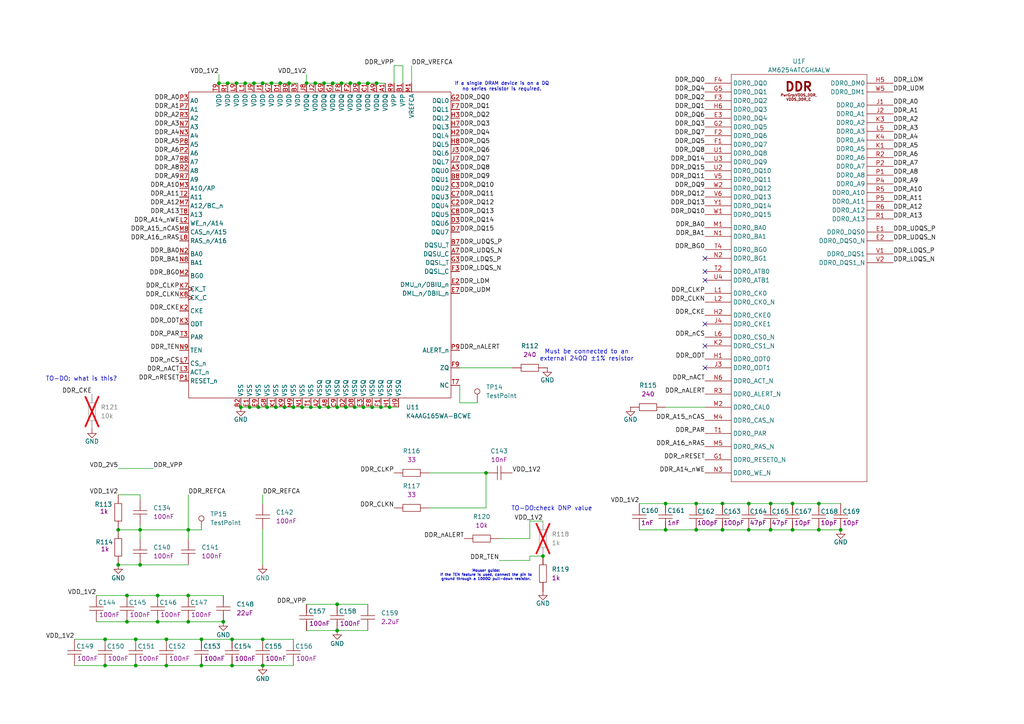
<source format=kicad_sch>
(kicad_sch (version 20250114) (generator "eeschema") (generator_version "9.0")
  (paper "A4")
  (lib_symbols
    (symbol "pepy_sym_lib:[CAP_SMD_0201_0603Metric]YAGEO CC0201JRNPO9BN101" (pin_numbers (hide yes))
      (property "Reference" "C" (at 0 3.556 0))
      (property "Nvalue" "100pF" (at 0 -3.048 0))
      (symbol "[CAP_SMD_0201_0603Metric]YAGEO CC0201JRNPO9BN101_1_1"
        (pin passive line (at -3.81 0 0) (length 2.54) (name "~") (number "1"))
        (pin passive line (at 3.81 0 180) (length 2.54) (name "~") (number "2"))
      )
    )
    (symbol "pepy_sym_lib:[CAP_SMD_0201_0603Metric]YAGEO CC0201KRX5R6BB104" (pin_numbers (hide yes))
      (property "Reference" "C" (at 0 3.556 0))
      (property "Nvalue" "100nF" (at 0 -3.048 0))
      (symbol "[CAP_SMD_0201_0603Metric]YAGEO CC0201KRX5R6BB104_1_1"
        (pin passive line (at -3.81 0 0) (length 2.54) (name "~") (number "1"))
        (pin passive line (at 3.81 0 180) (length 2.54) (name "~") (number "2"))
      )
    )
    (symbol "pepy_sym_lib:[CAP_SMD_0201_0603Metric]YAGEO CC0201KRX7R6BB102" (pin_numbers (hide yes))
      (property "Reference" "C" (at 0 3.556 0))
      (property "Nvalue" "1nF" (at 0 -3.048 0))
      (symbol "[CAP_SMD_0201_0603Metric]YAGEO CC0201KRX7R6BB102_1_1"
        (pin passive line (at -3.81 0 0) (length 2.54) (name "~") (number "1"))
        (pin passive line (at 3.81 0 180) (length 2.54) (name "~") (number "2"))
      )
    )
    (symbol "pepy_sym_lib:[CAP_SMD_0201_0603Metric]muRata GRM0335C1H100JA01D" (pin_numbers (hide yes))
      (property "Reference" "C" (at 0 3.556 0))
      (property "Nvalue" "10pF" (at 0 -3.048 0))
      (symbol "[CAP_SMD_0201_0603Metric]muRata GRM0335C1H100JA01D_1_1"
        (pin passive line (at -3.81 0 0) (length 2.54) (name "~") (number "1"))
        (pin passive line (at 3.81 0 180) (length 2.54) (name "~") (number "2"))
      )
    )
    (symbol "pepy_sym_lib:[CAP_SMD_0201_0603Metric]muRata GRM0335C1H470JA01D" (pin_numbers (hide yes))
      (property "Reference" "C" (at 0 3.556 0))
      (property "Nvalue" "47pF" (at 0 -3.048 0))
      (symbol "[CAP_SMD_0201_0603Metric]muRata GRM0335C1H470JA01D_1_1"
        (pin passive line (at -3.81 0 0) (length 2.54) (name "~") (number "1"))
        (pin passive line (at 3.81 0 180) (length 2.54) (name "~") (number "2"))
      )
    )
    (symbol "pepy_sym_lib:[CAP_SMD_0201_0603Metric]muRata GRM033R71A103KA01D" (pin_numbers (hide yes))
      (property "Reference" "C" (at 0 3.556 0))
      (property "Nvalue" "10nF" (at 0 -3.048 0))
      (symbol "[CAP_SMD_0201_0603Metric]muRata GRM033R71A103KA01D_1_1"
        (pin passive line (at -3.81 0 0) (length 2.54) (name "~") (number "1"))
        (pin passive line (at 3.81 0 180) (length 2.54) (name "~") (number "2"))
      )
    )
    (symbol "pepy_sym_lib:[CAP_SMD_0402_1005Metric]YAGEO CC0402KRX5R6BB225" (pin_numbers (hide yes)) (pin_names (hide yes))
      (property "Reference" "C" (at 0 3.302 0))
      (property "Nvalue" "2.2uF" (at 0 -3.048 0))
      (symbol "[CAP_SMD_0402_1005Metric]YAGEO CC0402KRX5R6BB225_1_1"
        (pin passive line (at -3.81 0 0) (length 2.54) (name "~") (number "1"))
        (pin passive line (at 3.81 0 180) (length 2.54) (name "~") (number "2"))
      )
    )
    (symbol "pepy_sym_lib:[CAP_SMD_0402_1005Metric]muRata GRM158R61A226ME15D" (pin_numbers (hide yes)) (pin_names (hide yes))
      (property "Reference" "C" (at 0 3.302 0))
      (property "Nvalue" "22uF" (at 0 -3.048 0))
      (symbol "[CAP_SMD_0402_1005Metric]muRata GRM158R61A226ME15D_1_1"
        (pin passive line (at -3.81 0 0) (length 2.54) (name "~") (number "1"))
        (pin passive line (at 3.81 0 180) (length 2.54) (name "~") (number "2"))
      )
    )
    (symbol "pepy_sym_lib:[CPU]Texas Instruments AM6254ATCGHAALW"
      (property "Reference" "U" (at 0 -1.524 0))
      (property "Value" "AM6254ATCGHAALW" (at 0.254 -3.81 0))
      (symbol "[CPU]Texas Instruments AM6254ATCGHAALW_1_1"
        (text "GROUND" (at 0 78.486 0) (effects (font (size 2.54 2.54) (thickness 0.508) (bold yes))))
        (pin power_in line (at -27.94 78.74 0) (length 7.62) (name "VSS") (number "A1"))
        (pin power_in line (at -27.94 76.2 0) (length 7.62) (name "VSS") (number "A24"))
        (pin power_in line (at -27.94 73.66 0) (length 7.62) (name "VSS") (number "A25"))
        (pin power_in line (at -27.94 71.12 0) (length 7.62) (name "VSS") (number "B25"))
        (pin power_in line (at -27.94 68.58 0) (length 7.62) (name "VSS") (number "F13"))
        (pin power_in line (at -27.94 66.04 0) (length 7.62) (name "VSS") (number "G13"))
        (pin power_in line (at -27.94 63.5 0) (length 7.62) (name "VSS") (number "G19"))
        (pin power_in line (at -27.94 60.96 0) (length 7.62) (name "VSS") (number "H13"))
        (pin power_in line (at -27.94 58.42 0) (length 7.62) (name "VSS") (number "H16"))
        (pin power_in line (at -27.94 55.88 0) (length 7.62) (name "VSS") (number "H18"))
        (pin power_in line (at -27.94 53.34 0) (length 7.62) (name "VSS") (number "H20"))
        (pin power_in line (at -27.94 50.8 0) (length 7.62) (name "VSS") (number "J7"))
        (pin power_in line (at -27.94 48.26 0) (length 7.62) (name "VSS") (number "J13"))
        (pin power_in line (at -27.94 45.72 0) (length 7.62) (name "VSS") (number "K7"))
        (pin power_in line (at -27.94 43.18 0) (length 7.62) (name "VSS") (number "K13"))
        (pin power_in line (at -27.94 40.64 0) (length 7.62) (name "VSS") (number "K15"))
        (pin power_in line (at -27.94 38.1 0) (length 7.62) (name "VSS") (number "K19"))
        (pin power_in line (at -27.94 35.56 0) (length 7.62) (name "VSS") (number "L20"))
        (pin power_in line (at -27.94 33.02 0) (length 7.62) (name "VSS") (number "M7"))
        (pin power_in line (at -27.94 30.48 0) (length 7.62) (name "VSS") (number "M8"))
        (pin power_in line (at -27.94 27.94 0) (length 7.62) (name "VSS") (number "M10"))
        (pin power_in line (at -27.94 25.4 0) (length 7.62) (name "VSS") (number "M12"))
        (pin power_in line (at -27.94 22.86 0) (length 7.62) (name "VSS") (number "M13"))
        (pin power_in line (at -27.94 20.32 0) (length 7.62) (name "VSS") (number "M17"))
        (pin power_in line (at -27.94 17.78 0) (length 7.62) (name "VSS") (number "M18"))
        (pin power_in line (at -27.94 15.24 0) (length 7.62) (name "VSS") (number "N15"))
        (pin power_in line (at -27.94 12.7 0) (length 7.62) (name "VSS") (number "P7"))
        (pin power_in line (at -27.94 10.16 0) (length 7.62) (name "VSS") (number "P10"))
        (pin power_in line (at -27.94 7.62 0) (length 7.62) (name "VSS") (number "P13"))
        (pin power_in line (at -27.94 5.08 0) (length 7.62) (name "VSS") (number "R13"))
        (pin power_in line (at -27.94 2.54 0) (length 7.62) (name "VSS") (number "R15"))
        (pin power_in line (at 27.94 78.74 180) (length 7.62) (name "VSS") (number "AE25"))
        (pin power_in line (at 27.94 76.2 180) (length 7.62) (name "VSS") (number "AE24"))
        (pin power_in line (at 27.94 73.66 180) (length 7.62) (name "VSS") (number "AE16"))
        (pin power_in line (at 27.94 71.12 180) (length 7.62) (name "VSS") (number "AE12"))
        (pin power_in line (at 27.94 68.58 180) (length 7.62) (name "VSS") (number "AE8"))
        (pin power_in line (at 27.94 66.04 180) (length 7.62) (name "VSS") (number "AE1"))
        (pin power_in line (at 27.94 63.5 180) (length 7.62) (name "VSS") (number "AD25"))
        (pin power_in line (at 27.94 60.96 180) (length 7.62) (name "VSS") (number "AD16"))
        (pin power_in line (at 27.94 58.42 180) (length 7.62) (name "VSS") (number "AD12"))
        (pin power_in line (at 27.94 55.88 180) (length 7.62) (name "VSS") (number "AD9"))
        (pin power_in line (at 27.94 53.34 180) (length 7.62) (name "VSS") (number "AD1"))
        (pin power_in line (at 27.94 50.8 180) (length 7.62) (name "VSS") (number "AB9"))
        (pin power_in line (at 27.94 48.26 180) (length 7.62) (name "VSS") (number "AA11"))
        (pin power_in line (at 27.94 45.72 180) (length 7.62) (name "VSS") (number "Y2"))
        (pin power_in line (at 27.94 43.18 180) (length 7.62) (name "VSS") (number "W7"))
        (pin power_in line (at 27.94 40.64 180) (length 7.62) (name "VSS") (number "V18"))
        (pin power_in line (at 27.94 38.1 180) (length 7.62) (name "VSS") (number "V16"))
        (pin power_in line (at 27.94 35.56 180) (length 7.62) (name "VSS") (number "V13"))
        (pin power_in line (at 27.94 33.02 180) (length 7.62) (name "VSS") (number "V11"))
        (pin power_in line (at 27.94 30.48 180) (length 7.62) (name "VSS") (number "V10"))
        (pin power_in line (at 27.94 27.94 180) (length 7.62) (name "VSS") (number "V9"))
        (pin power_in line (at 27.94 25.4 180) (length 7.62) (name "VSS") (number "U19"))
        (pin power_in line (at 27.94 22.86 180) (length 7.62) (name "VSS") (number "U8"))
        (pin power_in line (at 27.94 20.32 180) (length 7.62) (name "VSS") (number "T18"))
        (pin power_in line (at 27.94 17.78 180) (length 7.62) (name "VSS") (number "T17"))
        (pin power_in line (at 27.94 15.24 180) (length 7.62) (name "VSS") (number "T16"))
        (pin power_in line (at 27.94 12.7 180) (length 7.62) (name "VSS") (number "T14"))
        (pin power_in line (at 27.94 10.16 180) (length 7.62) (name "VSS") (number "T13"))
        (pin power_in line (at 27.94 7.62 180) (length 7.62) (name "VSS") (number "T8"))
        (pin power_in line (at 27.94 5.08 180) (length 7.62) (name "VSS") (number "R20"))
        (pin power_in line (at 27.94 2.54 180) (length 7.62) (name "VSS") (number "R18"))
      )
      (symbol "[CPU]Texas Instruments AM6254ATCGHAALW_2_1"
        (text "SoC Power\n" (at 0 97.536 0) (effects (font (size 2.032 2.032) (thickness 0.508) (bold yes))))
        (pin power_in line (at -27.94 97.79 0) (length 7.62) (name "VDD_CORE") (number "H8"))
        (pin power_in line (at -27.94 95.25 0) (length 7.62) (name "VDD_CORE") (number "J11"))
        (pin power_in line (at -27.94 92.71 0) (length 7.62) (name "VDD_CORE") (number "J14"))
        (pin power_in line (at -27.94 90.17 0) (length 7.62) (name "VDD_CORE") (number "K17"))
        (pin power_in line (at -27.94 87.63 0) (length 7.62) (name "VDD_CORE") (number "L12"))
        (pin power_in line (at -27.94 85.09 0) (length 7.62) (name "VDD_CORE") (number "L15"))
        (pin power_in line (at -27.94 82.55 0) (length 7.62) (name "VDD_CORE") (number "M16"))
        (pin power_in line (at -27.94 80.01 0) (length 7.62) (name "VDD_CORE") (number "N8"))
        (pin power_in line (at -27.94 77.47 0) (length 7.62) (name "VDD_CORE") (number "N11"))
        (pin power_in line (at -27.94 74.93 0) (length 7.62) (name "VDD_CORE") (number "N13"))
        (pin power_in line (at -27.94 72.39 0) (length 7.62) (name "VDD_CORE") (number "P17"))
        (pin power_in line (at -27.94 69.85 0) (length 7.62) (name "VDD_CORE") (number "R11"))
        (pin power_in line (at -27.94 67.31 0) (length 7.62) (name "VDD_CORE") (number "R14"))
        (pin power_in line (at -27.94 64.77 0) (length 7.62) (name "VDD_CORE") (number "U12"))
        (pin power_in line (at -27.94 62.23 0) (length 7.62) (name "VDD_CORE") (number "V8"))
        (pin power_in line (at -27.94 59.69 0) (length 7.62) (name "VDD_CORE") (number "V15"))
        (pin power_in line (at -27.94 57.15 0) (length 7.62) (name "VDD_CORE") (number "V17"))
        (pin power_in line (at -27.94 53.34 0) (length 7.62) (name "VDDR_CORE") (number "K16"))
        (pin power_in line (at -27.94 50.8 0) (length 7.62) (name "VDDR_CORE") (number "N12"))
        (pin power_in line (at -27.94 48.26 0) (length 7.62) (name "VDDR_CORE") (number "N14"))
        (pin power_in line (at -27.94 45.72 0) (length 7.62) (name "VDDR_CORE") (number "P16"))
        (pin power_in line (at -27.94 43.18 0) (length 7.62) (name "VDDR_CORE") (number "R12"))
        (pin power_in line (at -27.94 40.64 0) (length 7.62) (name "VDDR_CORE") (number "T10"))
        (pin power_in line (at -27.94 38.1 0) (length 7.62) (name "VDDR_CORE") (number "U14"))
        (pin power_in line (at -27.94 35.56 0) (length 7.62) (name "VDDR_CORE") (number "J12"))
        (pin power_in line (at -27.94 31.75 0) (length 7.62) (name "VDDS_DDR") (number "K9"))
        (pin power_in line (at -27.94 29.21 0) (length 7.62) (name "VDDS_DDR") (number "L8"))
        (pin power_in line (at -27.94 26.67 0) (length 7.62) (name "VDDS_DDR") (number "P9"))
        (pin power_in line (at -27.94 24.13 0) (length 7.62) (name "VDDS_DDR") (number "R8"))
        (pin power_in line (at -27.94 20.32 0) (length 7.62) (name "VDDS_OSC0") (number "G7"))
        (pin power_in line (at -27.94 16.51 0) (length 7.62) (name "VDD_CANUART") (number "F8"))
        (pin power_in line (at -27.94 11.43 0) (length 7.62) (name "VMON_1P8_SOC") (number "G10"))
        (pin power_in line (at -27.94 8.89 0) (length 7.62) (name "VMON_3P3_SOC") (number "K10"))
        (pin power_in line (at -27.94 6.35 0) (length 7.62) (name "VMON_ER_VSYS") (number "H10"))
        (pin power_in line (at -27.94 2.54 0) (length 7.62) (name "VPP") (number "J8"))
        (pin power_in line (at 27.94 97.79 180) (length 7.62) (name "VDDSHV0") (number "F15"))
        (pin power_in line (at 27.94 95.25 180) (length 7.62) (name "VDDSHV0") (number "G14"))
        (pin power_in line (at 27.94 91.44 180) (length 7.62) (name "VDDSHV1") (number "L18"))
        (pin power_in line (at 27.94 88.9 180) (length 7.62) (name "VDDSHV1") (number "M19"))
        (pin power_in line (at 27.94 85.09 180) (length 7.62) (name "VDDSHV2") (number "W16"))
        (pin power_in line (at 27.94 82.55 180) (length 7.62) (name "VDDSHV2") (number "W19"))
        (pin power_in line (at 27.94 78.74 180) (length 7.62) (name "VDDSHV3") (number "N18"))
        (pin power_in line (at 27.94 76.2 180) (length 7.62) (name "VDDSHV3") (number "P18"))
        (pin power_in line (at 27.94 73.66 180) (length 7.62) (name "VDDSHV3") (number "T19"))
        (pin power_in line (at 27.94 71.12 180) (length 7.62) (name "VDDSHV3") (number "U18"))
        (pin power_in line (at 27.94 68.58 180) (length 7.62) (name "VDDSHV4") (number "T7"))
        (pin power_in line (at 27.94 64.77 180) (length 7.62) (name "VDDSHV5") (number "G17"))
        (pin power_in line (at 27.94 60.96 180) (length 7.62) (name "VDDSHV6") (number "J18"))
        (pin power_in line (at 27.94 57.15 180) (length 7.62) (name "VDDSHV_MCU") (number "F11"))
        (pin power_in line (at 27.94 54.61 180) (length 7.62) (name "VDDSHV_MCU") (number "G12"))
        (pin power_in line (at 27.94 50.8 180) (length 7.62) (name "VDDSHV_CANUART") (number "H9"))
        (pin power_in line (at 27.94 46.99 180) (length 7.62) (name "VDDA_TEMP0") (number "T9"))
        (pin power_in line (at 27.94 44.45 180) (length 7.62) (name "VDDA_TEMP1") (number "G16"))
        (pin power_in line (at 27.94 40.64 180) (length 7.62) (name "VDD_PLL0") (number "U11"))
        (pin power_in line (at 27.94 38.1 180) (length 7.62) (name "VDD_PLL1") (number "U15"))
        (pin power_in line (at 27.94 35.56 180) (length 7.62) (name "VDD_PLL2") (number "L14"))
        (pin power_in line (at 27.94 31.75 180) (length 7.62) (name "VDDA_MCU") (number "L11"))
        (pin power_in line (at 27.94 27.94 180) (length 7.62) (name "VDDA_1P8_OLDI0") (number "W9"))
        (pin power_in line (at 27.94 25.4 180) (length 7.62) (name "VDDA_1P8_OLDI1") (number "W10"))
        (pin power_in line (at 27.94 21.59 180) (length 7.62) (name "VDDA_CORE_USB") (number "W12"))
        (pin power_in line (at 27.94 17.78 180) (length 7.62) (name "VDDA_CORE_CSIRX0") (number "W13"))
        (pin power_in line (at 27.94 13.97 180) (length 7.62) (name "VDDA_1P8_CSIRX0") (number "W14"))
        (pin power_in line (at 27.94 10.16 180) (length 7.62) (name "VDDA_1P8_USB") (number "Y11"))
        (pin power_in line (at 27.94 6.35 180) (length 7.62) (name "VDDA_3P3_USB") (number "Y13"))
      )
      (symbol "[CPU]Texas Instruments AM6254ATCGHAALW_3_1"
        (text "CAP" (at 6.35 13.208 0) (effects (font (size 2.032 2.032) (thickness 0.508) (bold yes))))
        (pin passive line (at -21.59 22.86 0) (length 7.62) (name "CAP_VDDS0") (number "H15"))
        (pin passive line (at -21.59 20.32 0) (length 7.62) (name "CAP_VDDS1") (number "K18"))
        (pin passive line (at -21.59 17.78 0) (length 7.62) (name "CAP_VDDS2") (number "W17"))
        (pin passive line (at -21.59 15.24 0) (length 7.62) (name "CAP_VDDS3") (number "P19"))
        (pin passive line (at -21.59 12.7 0) (length 7.62) (name "CAP_VDDS4") (number "U7"))
        (pin passive line (at -21.59 10.16 0) (length 7.62) (name "CAP_VDDS5") (number "H17"))
        (pin passive line (at -21.59 7.62 0) (length 7.62) (name "CAP_VDDS6") (number "J19"))
        (pin passive line (at -21.59 5.08 0) (length 7.62) (name "CAP_VDDS_MCU") (number "H11"))
        (pin passive line (at -21.59 2.54 0) (length 7.62) (name "CAP_VDDS_CANUART") (number "G9"))
      )
      (symbol "[CPU]Texas Instruments AM6254ATCGHAALW_4_1"
        (text "CSI\n" (at -7.366 27.686 0) (effects (font (size 2.54 2.54) (thickness 0.508) (bold yes))))
        (text "PwrGrp:VDDA_1P8_CSIRX" (at -7.366 24.638 0) (effects (font (size 0.762 0.762))))
        (pin bidirectional line (at 22.86 27.94 180) (length 7.62) (name "CSI0_RXRCALIB") (number "AA14"))
        (pin bidirectional line (at 22.86 25.4 180) (length 7.62) (name "CSI0_RXCLKN") (number "AD15"))
        (pin bidirectional line (at 22.86 22.86 180) (length 7.62) (name "CSI0_RXCLKP") (number "AE15"))
        (pin bidirectional line (at 22.86 20.32 180) (length 7.62) (name "CSI0_RXN3") (number "AB12"))
        (pin bidirectional line (at 22.86 17.78 180) (length 7.62) (name "CSI0_RXP3") (number "AC13"))
        (pin bidirectional line (at 22.86 15.24 180) (length 7.62) (name "CSI0_RXN2") (number "AD13"))
        (pin bidirectional line (at 22.86 12.7 180) (length 7.62) (name "CSI0_RXP2") (number "AE13"))
        (pin bidirectional line (at 22.86 10.16 180) (length 7.62) (name "CSI0_RXP1") (number "AD14"))
        (pin bidirectional line (at 22.86 7.62 180) (length 7.62) (name "CSI0_RXP1") (number "AE14"))
        (pin bidirectional line (at 22.86 5.08 180) (length 7.62) (name "CSI0_RXN0") (number "AB14"))
        (pin bidirectional line (at 22.86 2.54 180) (length 7.62) (name "CSI0_RXP0") (number "AC15"))
      )
      (symbol "[CPU]Texas Instruments AM6254ATCGHAALW_5_1"
        (text "OLDI\n" (at -5.08 34.798 0) (effects (font (size 2.54 2.54) (thickness 0.508) (bold yes))))
        (text "PwrGrp:VDDA_1P8_OLDI" (at -5.08 31.75 0) (effects (font (size 0.762 0.762))))
        (pin bidirectional line (at 22.86 62.23 180) (length 7.62) (name "OLDI0_A0P") (number "Y6"))
        (pin bidirectional line (at 22.86 59.69 180) (length 7.62) (name "OLDI0_A0N") (number "AA5"))
        (pin bidirectional line (at 22.86 55.88 180) (length 7.62) (name "OLDI0_A1P") (number "AB4"))
        (pin bidirectional line (at 22.86 53.34 180) (length 7.62) (name "OLDI0_A1N") (number "AD3"))
        (pin bidirectional line (at 22.86 49.53 180) (length 7.62) (name "OLDI0_A2P") (number "AA8"))
        (pin bidirectional line (at 22.86 46.99 180) (length 7.62) (name "OLDI0_A2N") (number "Y8"))
        (pin bidirectional line (at 22.86 43.18 180) (length 7.62) (name "OLDI0_A3P") (number "AA7"))
        (pin bidirectional line (at 22.86 40.64 180) (length 7.62) (name "OLDI0_A3N") (number "AB6"))
        (pin bidirectional line (at 22.86 36.83 180) (length 7.62) (name "OLDI0_A4P") (number "AC5"))
        (pin bidirectional line (at 22.86 34.29 180) (length 7.62) (name "OLDI0_A4N") (number "AC6"))
        (pin bidirectional line (at 22.86 30.48 180) (length 7.62) (name "OLDI0_A5P") (number "AD6"))
        (pin bidirectional line (at 22.86 27.94 180) (length 7.62) (name "OLDI0_A5N") (number "AE5"))
        (pin bidirectional line (at 22.86 24.13 180) (length 7.62) (name "OLDI0_A6P") (number "AD7"))
        (pin bidirectional line (at 22.86 21.59 180) (length 7.62) (name "OLDI0_A6N") (number "AE6"))
        (pin bidirectional line (at 22.86 17.78 180) (length 7.62) (name "OLDI0_A7P") (number "AE7"))
        (pin bidirectional line (at 22.86 15.24 180) (length 7.62) (name "OLDI0_A7N") (number "AD8"))
        (pin bidirectional line (at 22.86 11.43 180) (length 7.62) (name "OLDI0_CLK0P") (number "AE3"))
        (pin bidirectional line (at 22.86 8.89 180) (length 7.62) (name "OLDI0_CLK0N") (number "AD4"))
        (pin bidirectional line (at 22.86 5.08 180) (length 7.62) (name "OLDI0_CLK1P") (number "AD5"))
        (pin bidirectional line (at 22.86 2.54 180) (length 7.62) (name "OLDI0_CLK1N") (number "AE4"))
      )
      (symbol "[CPU]Texas Instruments AM6254ATCGHAALW_6_1"
        (text "DDR\n" (at -0.762 114.554 0) (effects (font (size 2.54 2.54) (thickness 0.508) (bold yes))))
        (text "PwrGrp:VDDS_DDR,\nVDDS_DDR_C" (at -0.762 111.506 0) (effects (font (size 0.762 0.762))))
        (pin bidirectional line (at -27.94 115.57 0) (length 7.62) (name "DDR0_DQ0") (number "F4"))
        (pin bidirectional line (at -27.94 113.03 0) (length 7.62) (name "DDR0_DQ1") (number "G5"))
        (pin bidirectional line (at -27.94 110.49 0) (length 7.62) (name "DDR0_DQ2") (number "F3"))
        (pin bidirectional line (at -27.94 107.95 0) (length 7.62) (name "DDR0_DQ3") (number "H6"))
        (pin bidirectional line (at -27.94 105.41 0) (length 7.62) (name "DDR0_DQ4") (number "E3"))
        (pin bidirectional line (at -27.94 102.87 0) (length 7.62) (name "DDR0_DQ5") (number "G2"))
        (pin bidirectional line (at -27.94 100.33 0) (length 7.62) (name "DDR0_DQ6") (number "F2"))
        (pin bidirectional line (at -27.94 97.79 0) (length 7.62) (name "DDR0_DQ7") (number "F1"))
        (pin bidirectional line (at -27.94 95.25 0) (length 7.62) (name "DDR0_DQ8") (number "U1"))
        (pin bidirectional line (at -27.94 92.71 0) (length 7.62) (name "DDR0_DQ9") (number "U3"))
        (pin bidirectional line (at -27.94 90.17 0) (length 7.62) (name "DDR0_DQ10") (number "U2"))
        (pin bidirectional line (at -27.94 87.63 0) (length 7.62) (name "DDR0_DQ11") (number "V5"))
        (pin bidirectional line (at -27.94 85.09 0) (length 7.62) (name "DDR0_DQ12") (number "W2"))
        (pin bidirectional line (at -27.94 82.55 0) (length 7.62) (name "DDR0_DQ13") (number "V6"))
        (pin bidirectional line (at -27.94 80.01 0) (length 7.62) (name "DDR0_DQ14") (number "Y1"))
        (pin bidirectional line (at -27.94 77.47 0) (length 7.62) (name "DDR0_DQ15") (number "W1"))
        (pin bidirectional line (at -27.94 73.66 0) (length 7.62) (name "DDR0_BA0") (number "M1"))
        (pin bidirectional line (at -27.94 71.12 0) (length 7.62) (name "DDR0_BA1") (number "N1"))
        (pin bidirectional line (at -27.94 67.31 0) (length 7.62) (name "DDR0_BG0") (number "T4"))
        (pin bidirectional line (at -27.94 64.77 0) (length 7.62) (name "DDR0_BG1") (number "N2"))
        (pin bidirectional line (at -27.94 60.96 0) (length 7.62) (name "DDR0_ATB0") (number "T2"))
        (pin bidirectional line (at -27.94 58.42 0) (length 7.62) (name "DDR0_ATB1") (number "U4"))
        (pin bidirectional line (at -27.94 54.61 0) (length 7.62) (name "DDR0_CK0") (number "L1"))
        (pin bidirectional line (at -27.94 52.07 0) (length 7.62) (name "DDR0_CK0_N") (number "L2"))
        (pin bidirectional line (at -27.94 48.26 0) (length 7.62) (name "DDR0_CKE0") (number "H2"))
        (pin bidirectional line (at -27.94 45.72 0) (length 7.62) (name "DDR0_CKE1") (number "J4"))
        (pin bidirectional line (at -27.94 41.91 0) (length 7.62) (name "DDR0_CS0_N") (number "L6"))
        (pin bidirectional line (at -27.94 39.37 0) (length 7.62) (name "DDR0_CS1_N") (number "K2"))
        (pin bidirectional line (at -27.94 35.56 0) (length 7.62) (name "DDR0_ODT0") (number "H1"))
        (pin bidirectional line (at -27.94 33.02 0) (length 7.62) (name "DDR0_ODT1") (number "J3"))
        (pin bidirectional line (at -27.94 29.21 0) (length 7.62) (name "DDR0_ACT_N") (number "N6"))
        (pin bidirectional line (at -27.94 25.4 0) (length 7.62) (name "DDR0_ALERT_N") (number "R3"))
        (pin bidirectional line (at -27.94 21.59 0) (length 7.62) (name "DDR0_CAL0") (number "M2"))
        (pin bidirectional line (at -27.94 17.78 0) (length 7.62) (name "DDR0_CAS_N") (number "M4"))
        (pin bidirectional line (at -27.94 13.97 0) (length 7.62) (name "DDR0_PAR") (number "T1"))
        (pin bidirectional line (at -27.94 10.16 0) (length 7.62) (name "DDR0_RAS_N") (number "M5"))
        (pin bidirectional line (at -27.94 6.35 0) (length 7.62) (name "DDR0_RESET0_N") (number "G1"))
        (pin bidirectional line (at -27.94 2.54 0) (length 7.62) (name "DDR0_WE_N") (number "N3"))
        (pin bidirectional line (at 26.67 115.57 180) (length 7.62) (name "DDR0_DM0") (number "H5"))
        (pin bidirectional line (at 26.67 113.03 180) (length 7.62) (name "DDR0_DM1") (number "W5"))
        (pin bidirectional line (at 26.67 109.22 180) (length 7.62) (name "DDR0_A0") (number "J1"))
        (pin bidirectional line (at 26.67 106.68 180) (length 7.62) (name "DDR0_A1") (number "J2"))
        (pin bidirectional line (at 26.67 104.14 180) (length 7.62) (name "DDR0_A2") (number "K3"))
        (pin bidirectional line (at 26.67 101.6 180) (length 7.62) (name "DDR0_A3") (number "L5"))
        (pin bidirectional line (at 26.67 99.06 180) (length 7.62) (name "DDR0_A4") (number "K4"))
        (pin bidirectional line (at 26.67 96.52 180) (length 7.62) (name "DDR0_A5") (number "K1"))
        (pin bidirectional line (at 26.67 93.98 180) (length 7.62) (name "DDR0_A6") (number "R2"))
        (pin bidirectional line (at 26.67 91.44 180) (length 7.62) (name "DDR0_A7") (number "P2"))
        (pin bidirectional line (at 26.67 88.9 180) (length 7.62) (name "DDR0_A8") (number "P1"))
        (pin bidirectional line (at 26.67 86.36 180) (length 7.62) (name "DDR0_A9") (number "P4"))
        (pin bidirectional line (at 26.67 83.82 180) (length 7.62) (name "DDR0_A10") (number "R5"))
        (pin bidirectional line (at 26.67 81.28 180) (length 7.62) (name "DDR0_A11") (number "P5"))
        (pin bidirectional line (at 26.67 78.74 180) (length 7.62) (name "DDR0_A12") (number "R6"))
        (pin bidirectional line (at 26.67 76.2 180) (length 7.62) (name "DDR0_A13") (number "R1"))
        (pin bidirectional line (at 26.67 72.39 180) (length 7.62) (name "DDR0_DQS0") (number "E1"))
        (pin bidirectional line (at 26.67 69.85 180) (length 7.62) (name "DDR0_DQS0_N") (number "E2"))
        (pin bidirectional line (at 26.67 66.04 180) (length 7.62) (name "DDR0_DQS1") (number "V1"))
        (pin bidirectional line (at 26.67 63.5 180) (length 7.62) (name "DDR0_DQS1_N") (number "V2"))
      )
      (symbol "[CPU]Texas Instruments AM6254ATCGHAALW_7_1"
        (text "General" (at -7.62 85.344 0) (effects (font (size 2.54 2.54) (thickness 0.508) (bold yes))))
        (text "PwrGrp:VDDSHV0 (3.3V)\n" (at -7.62 82.296 0) (effects (font (size 0.762 0.762))))
        (text "MMC2" (at -7.62 19.812 0) (effects (font (size 2.54 2.54) (thickness 0.508) (bold yes))))
        (text "PwrGrp:VDDSHV6 (1.8V)\n" (at -7.62 16.764 0) (effects (font (size 0.762 0.762))))
        (text "MMC0\n" (at -7.366 70.358 0) (effects (font (size 2.54 2.54) (thickness 0.508) (bold yes))))
        (text "PwrGrp:VDDSHV4 (1.8V)\n" (at -7.366 67.31 0) (effects (font (size 0.762 0.762))))
        (text "MMC1\n" (at -7.366 44.704 0) (effects (font (size 2.54 2.54) (thickness 0.508) (bold yes))))
        (text "PwrGrp:VDDSHV5 (1.8V)\n" (at -7.366 41.656 0) (effects (font (size 0.762 0.762))))
        (pin bidirectional line (at 21.59 86.36 180) (length 7.62) (name "MMC0_CLK") (number "AB1"))
        (pin bidirectional line (at 21.59 82.55 180) (length 7.62) (name "MMC0_DAT0") (number "AA2"))
        (pin bidirectional line (at 21.59 80.01 180) (length 7.62) (name "MMC0_DAT1") (number "AA1"))
        (pin bidirectional line (at 21.59 77.47 180) (length 7.62) (name "MMC0_DAT2") (number "AA3"))
        (pin bidirectional line (at 21.59 74.93 180) (length 7.62) (name "MMC0_DAT3") (number "Y4"))
        (pin bidirectional line (at 21.59 72.39 180) (length 7.62) (name "MMC0_DAT4") (number "AB2"))
        (pin bidirectional line (at 21.59 69.85 180) (length 7.62) (name "MMC0_DAT5") (number "AC1"))
        (pin bidirectional line (at 21.59 67.31 180) (length 7.62) (name "MMC0_DAT6") (number "AD2"))
        (pin bidirectional line (at 21.59 64.77 180) (length 7.62) (name "MMC0_DAT7") (number "AC2"))
        (pin bidirectional line (at 21.59 60.96 180) (length 7.62) (name "MMC0_CMD") (number "Y3"))
        (pin bidirectional line (at 21.59 55.88 180) (length 7.62) (name "MMC1_CLK") (number "B22"))
        (pin bidirectional line (at 21.59 52.07 180) (length 7.62) (name "MMC1_DAT0") (number "A22"))
        (pin bidirectional line (at 21.59 49.53 180) (length 7.62) (name "MMC1_DAT1") (number "B21"))
        (pin bidirectional line (at 21.59 46.99 180) (length 7.62) (name "MMC1_DAT2") (number "C21"))
        (pin bidirectional line (at 21.59 44.45 180) (length 7.62) (name "MMC1_DAT3") (number "D22"))
        (pin bidirectional line (at 21.59 40.64 180) (length 7.62) (name "MMC1_CMD") (number "A21"))
        (pin bidirectional line (at 21.59 35.56 180) (length 7.62) (name "MMC1_SDCD") (number "D17"))
        (pin bidirectional line (at 21.59 31.75 180) (length 7.62) (name "MMC1_SDWP") (number "C17"))
        (pin bidirectional line (at 21.59 26.67 180) (length 7.62) (name "MMC2_CLK") (number "D25"))
        (pin bidirectional line (at 21.59 22.86 180) (length 7.62) (name "MMC2_DAT0") (number "B24"))
        (pin bidirectional line (at 21.59 20.32 180) (length 7.62) (name "MMC2_DAT1") (number "C25"))
        (pin bidirectional line (at 21.59 17.78 180) (length 7.62) (name "MMC2_DAT2") (number "E23"))
        (pin bidirectional line (at 21.59 15.24 180) (length 7.62) (name "MMC2_DAT3") (number "D24"))
        (pin bidirectional line (at 21.59 11.43 180) (length 7.62) (name "MMC2_CMD") (number "C24"))
        (pin bidirectional line (at 21.59 7.62 180) (length 7.62) (name "MMC2_SDCD") (number "A23"))
        (pin bidirectional line (at 21.59 3.81 180) (length 7.62) (name "MMC2_SDWP") (number "B23"))
      )
      (symbol "[CPU]Texas Instruments AM6254ATCGHAALW_8_1"
        (text "RGMII1" (at -7.366 36.576 0) (effects (font (size 2.54 2.54) (thickness 0.508) (bold yes))))
        (text "PwrGrp:VDDSHV2" (at -7.366 33.528 0) (effects (font (size 0.762 0.762))))
        (pin bidirectional line (at 22.86 36.83 180) (length 7.62) (name "RGMII1_RD0") (number "AB17"))
        (pin bidirectional line (at 22.86 34.29 180) (length 7.62) (name "RGMII1_RD0") (number "AC17"))
        (pin bidirectional line (at 22.86 31.75 180) (length 7.62) (name "RGMII1_RD2") (number "AB16"))
        (pin bidirectional line (at 22.86 29.21 180) (length 7.62) (name "RGMII1_RD3") (number "AA15"))
        (pin bidirectional line (at 22.86 25.4 180) (length 7.62) (name "RGMII1_RXC") (number "AD17"))
        (pin bidirectional line (at 22.86 21.59 180) (length 7.62) (name "RGMII1_RX_CTL") (number "AE17"))
        (pin bidirectional line (at 22.86 17.78 180) (length 7.62) (name "RGMII1_TD0") (number "AE20"))
        (pin bidirectional line (at 22.86 15.24 180) (length 7.62) (name "RGMII1_TD1") (number "AD20"))
        (pin bidirectional line (at 22.86 12.7 180) (length 7.62) (name "RGMII1_TD2") (number "AE18"))
        (pin bidirectional line (at 22.86 10.16 180) (length 7.62) (name "RGMII1_TD3") (number "AD18"))
        (pin bidirectional line (at 22.86 6.35 180) (length 7.62) (name "RGMII1_TXC") (number "AE19"))
        (pin bidirectional line (at 22.86 2.54 180) (length 7.62) (name "RMII1_TX_CTL") (number "AD19"))
      )
      (symbol "[CPU]Texas Instruments AM6254ATCGHAALW_9_1"
        (text "RGMII2\n" (at 6.858 36.83 0) (effects (font (size 2.54 2.54) (thickness 0.508) (bold yes))))
        (text "PwrGrp:VDDSHV2" (at 6.858 33.782 0) (effects (font (size 0.762 0.762))))
        (pin bidirectional line (at -24.13 36.83 0) (length 7.62) (name "RMII2_TX_CTL") (number "AA19"))
        (pin bidirectional line (at -24.13 33.02 0) (length 7.62) (name "RGMII2_TXC") (number "AE21"))
        (pin bidirectional line (at -24.13 29.21 0) (length 7.62) (name "RGMII2_TD3") (number "AC20"))
        (pin bidirectional line (at -24.13 26.67 0) (length 7.62) (name "RGMII2_TD2") (number "AD21"))
        (pin bidirectional line (at -24.13 24.13 0) (length 7.62) (name "RGMII2_TD1") (number "AA18"))
        (pin bidirectional line (at -24.13 21.59 0) (length 7.62) (name "RGMII2_TD0") (number "Y18"))
        (pin bidirectional line (at -24.13 17.78 0) (length 7.62) (name "RGMII2_RX_CTL") (number "AD22"))
        (pin bidirectional line (at -24.13 13.97 0) (length 7.62) (name "RGMII2_RXC") (number "AD23"))
        (pin bidirectional line (at -24.13 10.16 0) (length 7.62) (name "RGMII2_RD3") (number "AE22"))
        (pin bidirectional line (at -24.13 7.62 0) (length 7.62) (name "RGMII2_RD2") (number "AC21"))
        (pin bidirectional line (at -24.13 5.08 0) (length 7.62) (name "RGMII2_RD1") (number "AB20"))
        (pin bidirectional line (at -24.13 2.54 0) (length 7.62) (name "RGMII2_RD0") (number "AE23"))
      )
      (symbol "[CPU]Texas Instruments AM6254ATCGHAALW_10_1"
        (text "VOUT0\n" (at 6.858 55.88 0) (effects (font (size 2.54 2.54) (thickness 0.508) (bold yes))))
        (text "PwrGrp:VDDSHV3\n(1.8V)\n" (at 6.858 52.832 0) (effects (font (size 0.762 0.762))))
        (pin bidirectional line (at -24.13 55.88 0) (length 7.62) (name "VOUT0_DATA0") (number "U22"))
        (pin bidirectional line (at -24.13 53.34 0) (length 7.62) (name "VOUT0_DATA1") (number "V24"))
        (pin bidirectional line (at -24.13 50.8 0) (length 7.62) (name "VOUT0_DATA2") (number "W25"))
        (pin bidirectional line (at -24.13 48.26 0) (length 7.62) (name "VOUT0_DATA3") (number "W24"))
        (pin bidirectional line (at -24.13 45.72 0) (length 7.62) (name "VOUT0_DATA4") (number "Y25"))
        (pin bidirectional line (at -24.13 43.18 0) (length 7.62) (name "VOUT0_DATA5") (number "Y24"))
        (pin bidirectional line (at -24.13 40.64 0) (length 7.62) (name "VOUT0_DATA6") (number "Y23"))
        (pin bidirectional line (at -24.13 38.1 0) (length 7.62) (name "VOUT0_DATA7") (number "AA25"))
        (pin bidirectional line (at -24.13 35.56 0) (length 7.62) (name "VOUT0_DATA8") (number "V21"))
        (pin bidirectional line (at -24.13 33.02 0) (length 7.62) (name "VOUT0_DATA9") (number "W21"))
        (pin bidirectional line (at -24.13 30.48 0) (length 7.62) (name "VOUT0_DATA10") (number "V20"))
        (pin bidirectional line (at -24.13 27.94 0) (length 7.62) (name "VOUT0_DATA11") (number "AA23"))
        (pin bidirectional line (at -24.13 25.4 0) (length 7.62) (name "VOUT0_DATA12") (number "AB25"))
        (pin bidirectional line (at -24.13 22.86 0) (length 7.62) (name "VOUT0_DATA13") (number "AA24"))
        (pin bidirectional line (at -24.13 20.32 0) (length 7.62) (name "VOUT0_DATA14") (number "Y22"))
        (pin bidirectional line (at -24.13 17.78 0) (length 7.62) (name "VOUT0_DATA15") (number "AA21"))
        (pin bidirectional line (at -24.13 13.97 0) (length 7.62) (name "VOUT0_PCLK") (number "AC24"))
        (pin bidirectional line (at -24.13 10.16 0) (length 7.62) (name "VOUT0_DE") (number "Y20"))
        (pin bidirectional line (at -24.13 6.35 0) (length 7.62) (name "VOUT0_VSYNC") (number "AC25"))
        (pin bidirectional line (at -24.13 2.54 0) (length 7.62) (name "VOUT0_HSYNC") (number "AB24"))
      )
      (symbol "[CPU]Texas Instruments AM6254ATCGHAALW_11_1"
        (text "COMM" (at -2.032 24.384 0) (effects (font (size 2.54 2.54) (thickness 0.508) (bold yes))))
        (text "PwrGrp:VDDSHV0\n(3.3V)" (at -2.032 21.336 0) (effects (font (size 0.762 0.762))))
        (pin bidirectional line (at -29.21 25.4 0) (length 7.62) (name "I2C0_SCL") (number "B16"))
        (pin bidirectional line (at -29.21 22.86 0) (length 7.62) (name "I2C0_SDA") (number "A16"))
        (pin bidirectional line (at -29.21 19.05 0) (length 7.62) (name "I2C1_SCL") (number "B17"))
        (pin bidirectional line (at -29.21 16.51 0) (length 7.62) (name "I2C1_SDA") (number "A17"))
        (pin bidirectional line (at -29.21 12.7 0) (length 7.62) (name "SPI0_CLK") (number "A14"))
        (pin bidirectional line (at -29.21 10.16 0) (length 7.62) (name "SPI0_D0") (number "B13"))
        (pin bidirectional line (at -29.21 7.62 0) (length 7.62) (name "SPI0_D1") (number "B14"))
        (pin bidirectional line (at -29.21 5.08 0) (length 7.62) (name "SPI0_CS0") (number "A13"))
        (pin bidirectional line (at -29.21 2.54 0) (length 7.62) (name "SPI0_CS1") (number "C13"))
        (pin bidirectional line (at 25.4 25.4 180) (length 7.62) (name "MCAN0_RX") (number "E15"))
        (pin bidirectional line (at 25.4 22.86 180) (length 7.62) (name "MCAN0_TX") (number "C15"))
        (pin bidirectional line (at 25.4 19.05 180) (length 7.62) (name "UART0_CTSN") (number "A15"))
        (pin bidirectional line (at 25.4 16.51 180) (length 7.62) (name "UART0_RTSN") (number "B15"))
        (pin bidirectional line (at 25.4 12.7 180) (length 7.62) (name "UART0_RXD") (number "D14"))
        (pin bidirectional line (at 25.4 10.16 180) (length 7.62) (name "UART0_TXD") (number "E14"))
        (pin bidirectional line (at 25.4 6.35 180) (length 7.62) (name "EXT_REFCLK1") (number "A18"))
      )
      (symbol "[CPU]Texas Instruments AM6254ATCGHAALW_12_1"
        (text "OSPI" (at -7.366 42.926 0) (effects (font (size 2.54 2.54) (thickness 0.508) (bold yes))))
        (text "PwrGrp:VDDSHV1\n(3.3V)" (at -7.366 39.878 0) (effects (font (size 0.762 0.762))))
        (pin bidirectional line (at 22.86 43.18 180) (length 7.62) (name "OSPI0_CLK") (number "H24"))
        (pin bidirectional line (at 22.86 39.37 180) (length 7.62) (name "OSPI0_D0") (number "E25"))
        (pin bidirectional line (at 22.86 36.83 180) (length 7.62) (name "OSPI0_D1") (number "G24"))
        (pin bidirectional line (at 22.86 34.29 180) (length 7.62) (name "OSPI0_D2") (number "F25"))
        (pin bidirectional line (at 22.86 31.75 180) (length 7.62) (name "OSPI0_D3") (number "F24"))
        (pin bidirectional line (at 22.86 29.21 180) (length 7.62) (name "OSPI0_D4") (number "J23"))
        (pin bidirectional line (at 22.86 26.67 180) (length 7.62) (name "OSPI0_D5") (number "J25"))
        (pin bidirectional line (at 22.86 24.13 180) (length 7.62) (name "OSPI0_D6") (number "H25"))
        (pin bidirectional line (at 22.86 21.59 180) (length 7.62) (name "OSPI0_D7") (number "J22"))
        (pin bidirectional line (at 22.86 17.78 180) (length 7.62) (name "OSPI0_CSN0") (number "F23"))
        (pin bidirectional line (at 22.86 15.24 180) (length 7.62) (name "OSPI0_CSN1") (number "G21"))
        (pin bidirectional line (at 22.86 12.7 180) (length 7.62) (name "OSPI0_CSN2") (number "H21"))
        (pin bidirectional line (at 22.86 10.16 180) (length 7.62) (name "OSPI0_CSN3") (number "E24"))
        (pin bidirectional line (at 22.86 6.35 180) (length 7.62) (name "OSPI0_DQS") (number "J24"))
        (pin bidirectional line (at 22.86 2.54 180) (length 7.62) (name "OSPI0_LBCLKO") (number "G25"))
      )
      (symbol "[CPU]Texas Instruments AM6254ATCGHAALW_13_1"
        (text "MCASP0" (at -6.096 22.606 0) (effects (font (size 2.54 2.54) (thickness 0.508) (bold yes))))
        (text "PwrGrp:VDDSHV0\n(3.3V)" (at -6.096 19.558 0) (effects (font (size 0.762 0.762))))
        (pin bidirectional line (at 24.13 22.86 180) (length 7.62) (name "MCASP0_AXR0") (number "E18"))
        (pin bidirectional line (at 24.13 20.32 180) (length 7.62) (name "MCASP0_AXR1") (number "B18"))
        (pin bidirectional line (at 24.13 17.78 180) (length 7.62) (name "MCASP0_AXR2") (number "A19"))
        (pin bidirectional line (at 24.13 15.24 180) (length 7.62) (name "MCASP0_AXR3") (number "B19"))
        (pin bidirectional line (at 24.13 11.43 180) (length 7.62) (name "MCASP0_ACLKX") (number "B20"))
        (pin bidirectional line (at 24.13 8.89 180) (length 7.62) (name "MCASP0_ACLKR") (number "A20"))
        (pin bidirectional line (at 24.13 5.08 180) (length 7.62) (name "MCASP0_AFSX") (number "D20"))
        (pin bidirectional line (at 24.13 2.54 180) (length 7.62) (name "MCASP0_AFSR") (number "E19"))
      )
      (symbol "[CPU]Texas Instruments AM6254ATCGHAALW_14_1"
        (text "GPMC" (at -7.366 86.614 0) (effects (font (size 2.54 2.54) (thickness 0.508) (bold yes))))
        (text "PwrGrp:VDDSHV3\n(1.8V)" (at -7.366 83.566 0) (effects (font (size 0.762 0.762))))
        (pin bidirectional line (at 21.59 88.9 180) (length 7.62) (name "GPMC0_CLK") (number "P25"))
        (pin bidirectional line (at 21.59 85.09 180) (length 7.62) (name "GPMC0_AD0") (number "M25"))
        (pin bidirectional line (at 21.59 82.55 180) (length 7.62) (name "GPMC0_AD1") (number "N23"))
        (pin bidirectional line (at 21.59 80.01 180) (length 7.62) (name "GPMC0_AD2") (number "N24"))
        (pin bidirectional line (at 21.59 77.47 180) (length 7.62) (name "GPMC0_AD3") (number "N25"))
        (pin bidirectional line (at 21.59 74.93 180) (length 7.62) (name "GPMC0_AD4") (number "P24"))
        (pin bidirectional line (at 21.59 72.39 180) (length 7.62) (name "GPMC0_AD5") (number "P22"))
        (pin bidirectional line (at 21.59 69.85 180) (length 7.62) (name "GPMC0_AD6") (number "P21"))
        (pin bidirectional line (at 21.59 67.31 180) (length 7.62) (name "GPMC0_AD7") (number "R23"))
        (pin bidirectional line (at 21.59 64.77 180) (length 7.62) (name "GPMC0_AD8") (number "R24"))
        (pin bidirectional line (at 21.59 62.23 180) (length 7.62) (name "GPMC0_AD9") (number "R25"))
        (pin bidirectional line (at 21.59 59.69 180) (length 7.62) (name "GPMC0_AD10") (number "T25"))
        (pin bidirectional line (at 21.59 57.15 180) (length 7.62) (name "GPMC0_AD11") (number "R21"))
        (pin bidirectional line (at 21.59 54.61 180) (length 7.62) (name "GPMC0_AD12") (number "T22"))
        (pin bidirectional line (at 21.59 52.07 180) (length 7.62) (name "GPMC0_AD13") (number "T24"))
        (pin bidirectional line (at 21.59 49.53 180) (length 7.62) (name "GPMC0_AD14") (number "U25"))
        (pin bidirectional line (at 21.59 46.99 180) (length 7.62) (name "GPMC0_AD15") (number "U24"))
        (pin bidirectional line (at 21.59 43.18 180) (length 7.62) (name "GPMC0_CSN0") (number "M21"))
        (pin bidirectional line (at 21.59 40.64 180) (length 7.62) (name "GPMC0_CSN1") (number "L21"))
        (pin bidirectional line (at 21.59 38.1 180) (length 7.62) (name "GPMC0_CSN2") (number "K22"))
        (pin bidirectional line (at 21.59 35.56 180) (length 7.62) (name "GPMC0_CSN3") (number "K24"))
        (pin bidirectional line (at 21.59 31.75 180) (length 7.62) (name "GPMC0_ADVN_ALE") (number "L23"))
        (pin bidirectional line (at 21.59 27.94 180) (length 7.62) (name "GPMC0_ADVN_CLE") (number "M24"))
        (pin bidirectional line (at 21.59 24.13 180) (length 7.62) (name "GPMC0_BE1N") (number "N20"))
        (pin bidirectional line (at 21.59 20.32 180) (length 7.62) (name "GPMC0_DIR") (number "M22"))
        (pin bidirectional line (at 21.59 16.51 180) (length 7.62) (name "GPMC0_WAIT0") (number "U23"))
        (pin bidirectional line (at 21.59 13.97 180) (length 7.62) (name "GPMC0_WAIT1") (number "V25"))
        (pin bidirectional line (at 21.59 10.16 180) (length 7.62) (name "GPMC0_WPN") (number "K25"))
        (pin bidirectional line (at 21.59 6.35 180) (length 7.62) (name "GPMC0_OEN_REN") (number "L24"))
        (pin bidirectional line (at 21.59 2.54 180) (length 7.62) (name "GPMC0_WEN") (number "L25"))
      )
      (symbol "[CPU]Texas Instruments AM6254ATCGHAALW_15_1"
        (text "USB0\n" (at -8.636 35.306 0) (effects (font (size 2.54 2.54) (thickness 0.508) (bold yes))))
        (text "PwrGrp:VDDA_1P8_USB,\nVDDA_3P3_USB" (at -8.636 32.258 0) (effects (font (size 0.762 0.762))))
        (text "General\n" (at -8.636 7.62 0) (effects (font (size 2.54 2.54) (thickness 0.508) (bold yes))))
        (text "PwrGrp:VDDSHV0\n(3.3V)" (at -8.636 4.572 0) (effects (font (size 0.762 0.762))))
        (text "USB1" (at -8.128 20.574 0) (effects (font (size 2.54 2.54) (thickness 0.508) (bold yes))))
        (text "PwrGrp:VDDA_1P8_USB,\nVDDA_3P3_USB" (at -8.128 17.526 0) (effects (font (size 0.762 0.762))))
        (pin bidirectional line (at 21.59 35.56 180) (length 7.62) (name "USB0_DP") (number "AD11"))
        (pin bidirectional line (at 21.59 33.02 180) (length 7.62) (name "USB0_DM") (number "AE11"))
        (pin bidirectional line (at 21.59 29.21 180) (length 7.62) (name "USB0_RCALIB") (number "AE10"))
        (pin bidirectional line (at 21.59 25.4 180) (length 7.62) (name "USB0_VBUS") (number "AC11"))
        (pin bidirectional line (at 21.59 20.32 180) (length 7.62) (name "USB1_DP") (number "AE9"))
        (pin bidirectional line (at 21.59 17.78 180) (length 7.62) (name "USB1_DM") (number "AD10"))
        (pin bidirectional line (at 21.59 13.97 180) (length 7.62) (name "USB1_RCALIB") (number "AC9"))
        (pin bidirectional line (at 21.59 10.16 180) (length 7.62) (name "USB1_VBUS") (number "AB10"))
        (pin bidirectional line (at 21.59 5.08 180) (length 7.62) (name "USB0_DRVVBUS") (number "C20"))
        (pin bidirectional line (at 21.59 2.54 180) (length 7.62) (name "USB1_DRVVBUS") (number "F18"))
      )
      (symbol "[CPU]Texas Instruments AM6254ATCGHAALW_16_1"
        (text "OSC0" (at -8.636 31.496 0) (effects (font (size 2.54 2.54) (thickness 0.508) (bold yes))))
        (text "PwrGrp:VDDS_OSC\n(1.8V)" (at -8.636 28.448 0) (effects (font (size 0.762 0.762))))
        (text "PwrGrp:VDDSHV0\n(3.3V)" (at -7.62 2.54 0) (effects (font (size 0.762 0.762))))
        (text "General\n" (at -7.366 6.096 0) (effects (font (size 2.54 2.54) (thickness 0.508) (bold yes))))
        (text "MCU GEN" (at -7.112 17.526 0) (effects (font (size 2.54 2.54) (thickness 0.508) (bold yes))))
        (text "PwrGrp:VDDSHV_MCU\n(1.8V)" (at -6.858 14.478 0) (effects (font (size 0.762 0.762))))
        (pin bidirectional line (at 21.59 31.75 180) (length 7.62) (name "MCU_ERRORN") (number "D1"))
        (pin bidirectional line (at 21.59 27.94 180) (length 7.62) (name "MCU_PORZ") (number "D2"))
        (pin bidirectional line (at 21.59 22.86 180) (length 7.62) (name "MCU_RESETSTATZ") (number "B12"))
        (pin bidirectional line (at 21.59 20.32 180) (length 7.62) (name "MCU_RESETZ") (number "E11"))
        (pin bidirectional line (at 21.59 15.24 180) (length 7.62) (name "EXTINTN") (number "D16"))
        (pin bidirectional line (at 21.59 11.43 180) (length 7.62) (name "PORT_OUT") (number "E21"))
        (pin bidirectional line (at 21.59 7.62 180) (length 7.62) (name "RESET_REQZ") (number "F20"))
        (pin bidirectional line (at 21.59 3.81 180) (length 7.62) (name "RESETSTATZ") (number "F22"))
      )
      (symbol "[CPU]Texas Instruments AM6254ATCGHAALW_17_1"
        (text "CANUART" (at -8.636 11.43 0) (effects (font (size 2.54 2.54) (thickness 0.508) (bold yes))))
        (text "PwrGrp:VDDSHV_CANUART\n(3.3V)" (at -8.382 8.128 0) (effects (font (size 0.762 0.762))))
        (text "MCU GEN" (at -8.128 34.544 0) (effects (font (size 2.54 2.54) (thickness 0.508) (bold yes))))
        (text "OSC0" (at -8.128 24.384 0) (effects (font (size 2.54 2.54) (thickness 0.508) (bold yes))))
        (text "RGMII" (at -7.874 44.958 0) (effects (font (size 2.54 2.54) (thickness 0.508) (bold yes))))
        (text "PwrGrp:VDDSHV2" (at -7.874 41.91 0) (effects (font (size 0.762 0.762))))
        (text "PwrGrp:VDDSHV_MCU\n(1.8V)" (at -7.874 31.496 0) (effects (font (size 0.762 0.762))))
        (text "PwrGrp:VDDS_OSC" (at -7.366 20.574 0) (effects (font (size 0.762 0.762))))
        (pin bidirectional line (at 26.67 45.72 180) (length 7.62) (name "MDIO0_MDC") (number "AD24"))
        (pin bidirectional line (at 26.67 41.91 180) (length 7.62) (name "MDIO0_MDIO") (number "AB22"))
        (pin bidirectional line (at 26.67 38.1 180) (length 7.62) (name "WKUP_I2C0_SCL") (number "B9"))
        (pin bidirectional line (at 26.67 35.56 180) (length 7.62) (name "WKUP_I2C0_SCA") (number "A9"))
        (pin bidirectional line (at 26.67 31.75 180) (length 7.62) (name "WKUP_CLKOUT0") (number "A12"))
        (pin bidirectional line (at 26.67 25.4 180) (length 7.62) (name "WKUP_LFOSC0_XI") (number "C2"))
        (pin bidirectional line (at 26.67 21.59 180) (length 7.62) (name "WKUP_LFOSC0_XO") (number "C1"))
        (pin bidirectional line (at 26.67 15.24 180) (length 7.62) (name "WKUP_UART0_RTSN") (number "A4"))
        (pin bidirectional line (at 26.67 12.7 180) (length 7.62) (name "WKUP_UART0_CTSN") (number "C6"))
        (pin bidirectional line (at 26.67 8.89 180) (length 7.62) (name "WKUP_UART0_RXD") (number "B4"))
        (pin bidirectional line (at 26.67 6.35 180) (length 7.62) (name "WKUP_UART0_TXD") (number "C5"))
        (pin bidirectional line (at 26.67 2.54 180) (length 7.62) (name "PMIC_LPM_EN0") (number "B7"))
      )
      (symbol "[CPU]Texas Instruments AM6254ATCGHAALW_18_1"
        (text "CANUART" (at -9.906 13.97 0) (effects (font (size 2.54 2.54) (thickness 0.508) (bold yes))))
        (text "PwrGrp:VDDSHV_CANUART\n(3.3V)" (at -9.652 10.668 0) (effects (font (size 0.762 0.762))))
        (text "MCU GEN" (at -9.398 37.084 0) (effects (font (size 2.54 2.54) (thickness 0.508) (bold yes))))
        (text "OSC0" (at -9.398 26.924 0) (effects (font (size 2.54 2.54) (thickness 0.508) (bold yes))))
        (text "PwrGrp:VDDSHV_MCU\n(1.8V)" (at -9.144 34.036 0) (effects (font (size 0.762 0.762))))
        (text "PwrGrp:VDDS_OSC" (at -8.636 23.114 0) (effects (font (size 0.762 0.762))))
        (pin bidirectional line (at 25.4 48.26 180) (length 7.62) (name "MCU_I2C0_SCL") (number "A8"))
        (pin bidirectional line (at 25.4 45.72 180) (length 7.62) (name "MCU_I2C0_SDA") (number "D10"))
        (pin bidirectional line (at 25.4 41.91 180) (length 7.62) (name "MCU_SPI0_CLK") (number "A7"))
        (pin bidirectional line (at 25.4 39.37 180) (length 7.62) (name "MCU_SPI0_D0") (number "D9"))
        (pin bidirectional line (at 25.4 36.83 180) (length 7.62) (name "MCU_SPI0_D1") (number "C9"))
        (pin bidirectional line (at 25.4 34.29 180) (length 7.62) (name "MCU_SPI0_CS0") (number "E8"))
        (pin bidirectional line (at 25.4 31.75 180) (length 7.62) (name "MCU_SPI0_CS1") (number "B8"))
        (pin bidirectional line (at 25.4 26.67 180) (length 7.62) (name "MCU_OSC0_XI") (number "B2"))
        (pin bidirectional line (at 25.4 21.59 180) (length 7.62) (name "MCU_OSC0_XO") (number "A3"))
        (pin bidirectional line (at 25.4 17.78 180) (length 7.62) (name "MCU_UART0_RXD") (number "B5"))
        (pin bidirectional line (at 25.4 15.24 180) (length 7.62) (name "MCU_UART0_TXD") (number "A5"))
        (pin bidirectional line (at 25.4 11.43 180) (length 7.62) (name "MCU_UART0_CTSN") (number "A6"))
        (pin bidirectional line (at 25.4 8.89 180) (length 7.62) (name "MCU_UART0_RTSN") (number "B6"))
        (pin bidirectional line (at 25.4 5.08 180) (length 7.62) (name "MCU_MCAN0_RX") (number "B3"))
        (pin bidirectional line (at 25.4 2.54 180) (length 7.62) (name "MCU_MCAN0_TX") (number "E5"))
      )
      (symbol "[CPU]Texas Instruments AM6254ATCGHAALW_19_1"
        (text "JTAG" (at -5.588 19.812 0) (effects (font (size 2.54 2.54) (thickness 0.508) (bold yes))))
        (text "PwrGrp:VDDSHV_MCU\n(1.8V)" (at -5.334 16.764 0) (effects (font (size 0.762 0.762))))
        (pin bidirectional line (at 22.86 21.59 180) (length 7.62) (name "EMU0") (number "E12"))
        (pin bidirectional line (at 22.86 19.05 180) (length 7.62) (name "EMU1") (number "C11"))
        (pin bidirectional line (at 22.86 12.7 180) (length 7.62) (name "TCK") (number "A10"))
        (pin bidirectional line (at 22.86 10.16 180) (length 7.62) (name "TDI") (number "A11"))
        (pin bidirectional line (at 22.86 7.62 180) (length 7.62) (name "TDO") (number "D12"))
        (pin bidirectional line (at 22.86 5.08 180) (length 7.62) (name "TMS") (number "B11"))
        (pin bidirectional line (at 22.86 2.54 180) (length 7.62) (name "TRSTN") (number "B10"))
      )
      (symbol "[CPU]Texas Instruments AM6254ATCGHAALW_20_1"
        (text "RESERVED\n" (at -2.286 12.446 0) (effects (font (size 2.54 2.54) (thickness 0.508) (bold yes))))
        (pin bidirectional line (at 22.86 22.86 180) (length 7.62) (name "RSVD0") (number "B1"))
        (pin bidirectional line (at 22.86 20.32 180) (length 7.62) (name "RSVD1") (number "A2"))
        (pin bidirectional line (at 22.86 17.78 180) (length 7.62) (name "RSVD2") (number "F6"))
        (pin bidirectional line (at 22.86 15.24 180) (length 7.62) (name "RSVD3") (number "AE2"))
        (pin bidirectional line (at 22.86 12.7 180) (length 7.62) (name "RSVD4") (number "T2"))
        (pin bidirectional line (at 22.86 10.16 180) (length 7.62) (name "RSVD5") (number "U4"))
        (pin bidirectional line (at 22.86 7.62 180) (length 7.62) (name "RSVD6") (number "AA12"))
        (pin bidirectional line (at 22.86 5.08 180) (length 7.62) (name "RSVD7") (number "Y15"))
        (pin bidirectional line (at 22.86 2.54 180) (length 7.62) (name "RSVD8") (number "E7"))
      )
    )
    (symbol "pepy_sym_lib:[DDR4]SAMSUNG K4AAG165WA-BCWE"
      (property "Reference" "U" (at -3.048 -59.182 0))
      (property "Value" "K4AAG165WA-BCWE" (at -2.794 -61.214 0))
      (symbol "[DDR4]SAMSUNG K4AAG165WA-BCWE_0_1"
        (pin input line (at -39.37 40.64 0) (length 2.54) (name "A0") (number "P3"))
        (pin input line (at -39.37 38.1 0) (length 2.54) (name "A1") (number "P7"))
        (pin input line (at -39.37 35.56 0) (length 2.54) (name "A2") (number "R3"))
        (pin input line (at -39.37 33.02 0) (length 2.54) (name "A3") (number "N7"))
        (pin input line (at -39.37 30.48 0) (length 2.54) (name "A4") (number "N3"))
        (pin input line (at -39.37 27.94 0) (length 2.54) (name "A5") (number "P8"))
        (pin input line (at -39.37 25.4 0) (length 2.54) (name "A6") (number "P2"))
        (pin input line (at -39.37 22.86 0) (length 2.54) (name "A7") (number "R8"))
        (pin input line (at -39.37 20.32 0) (length 2.54) (name "A8") (number "R2"))
        (pin input line (at -39.37 17.78 0) (length 2.54) (name "A9") (number "R7"))
        (pin input line (at -39.37 15.24 0) (length 2.54) (name "A10/AP") (number "M3"))
        (pin input line (at -39.37 12.7 0) (length 2.54) (name "A11") (number "T2"))
        (pin input line (at -39.37 10.16 0) (length 2.54) (name "A12/BC_n") (number "M7"))
        (pin input line (at -39.37 7.62 0) (length 2.54) (name "A13") (number "T8"))
        (pin input line (at -39.37 5.08 0) (length 2.54) (name "WE_n/A14") (number "L2"))
        (pin input line (at -39.37 2.54 0) (length 2.54) (name "CAS_n/A15") (number "M8"))
        (pin input line (at -39.37 0 0) (length 2.54) (name "RAS_n/A16") (number "L8"))
        (pin input line (at -39.37 -3.81 0) (length 2.54) (name "BA0") (number "N2"))
        (pin input line (at -39.37 -6.35 0) (length 2.54) (name "BA1") (number "N8"))
        (pin input line (at -39.37 -10.16 0) (length 2.54) (name "BG0") (number "M2"))
        (pin input line (at -39.37 -24.13 0) (length 2.54) (name "ODT") (number "K3"))
        (pin input line (at -39.37 -38.1 0) (length 2.54) (name "ACT_n") (number "L3"))
        (pin power_in line (at -27.94 45.72 270) (length 2.54) (name "VDD") (number "T9"))
        (pin power_in line (at -25.4 45.72 270) (length 2.54) (name "VDD") (number "R1"))
        (pin power_in line (at -22.86 45.72 270) (length 2.54) (name "VDD") (number "L9"))
        (pin power_in line (at -21.59 -48.26 90) (length 2.54) (name "VSS") (number "B2"))
        (pin power_in line (at -20.32 45.72 270) (length 2.54) (name "VDD") (number "L1"))
        (pin power_in line (at -19.05 -48.26 90) (length 2.54) (name "VSS") (number "E1"))
        (pin power_in line (at -17.78 45.72 270) (length 2.54) (name "VDD") (number "J9"))
        (pin power_in line (at -16.51 -48.26 90) (length 2.54) (name "VSS") (number "E9"))
        (pin power_in line (at -15.24 45.72 270) (length 2.54) (name "VDD") (number "J1"))
        (pin power_in line (at -13.97 -48.26 90) (length 2.54) (name "VSS") (number "G8"))
        (pin power_in line (at -12.7 45.72 270) (length 2.54) (name "VDD") (number "G7"))
        (pin power_in line (at -11.43 -48.26 90) (length 2.54) (name "VSS") (number "K1"))
        (pin power_in line (at -10.16 45.72 270) (length 2.54) (name "VDD") (number "D1"))
        (pin power_in line (at -8.89 -48.26 90) (length 2.54) (name "VSS") (number "K9"))
        (pin power_in line (at -7.62 45.72 270) (length 2.54) (name "VDD") (number "B9"))
        (pin power_in line (at -6.35 -48.26 90) (length 2.54) (name "VSS") (number "M9"))
        (pin power_in line (at -5.08 45.72 270) (length 2.54) (name "VDD") (number "B3"))
        (pin power_in line (at -3.81 -48.26 90) (length 2.54) (name "VSS") (number "N1"))
        (pin power_in line (at -2.54 45.72 270) (length 2.54) (name "VDDQ") (number "J8"))
        (pin power_in line (at -1.27 -48.26 90) (length 2.54) (name "VSS") (number "T1"))
        (pin power_in line (at 0 45.72 270) (length 2.54) (name "VDDQ") (number "J2"))
        (pin power_in line (at 1.27 -48.26 90) (length 2.54) (name "VSSQ") (number "A2"))
        (pin power_in line (at 2.54 45.72 270) (length 2.54) (name "VDDQ") (number "G9"))
        (pin power_in line (at 3.81 -48.26 90) (length 2.54) (name "VSSQ") (number "A8"))
        (pin power_in line (at 5.08 45.72 270) (length 2.54) (name "VDDQ") (number "G1"))
        (pin power_in line (at 6.35 -48.26 90) (length 2.54) (name "VSSQ") (number "C9"))
        (pin power_in line (at 7.62 45.72 270) (length 2.54) (name "VDDQ") (number "F8"))
        (pin power_in line (at 8.89 -48.26 90) (length 2.54) (name "VSSQ") (number "D2"))
        (pin power_in line (at 10.16 45.72 270) (length 2.54) (name "VDDQ") (number "F2"))
        (pin power_in line (at 11.43 -48.26 90) (length 2.54) (name "VSSQ") (number "D8"))
        (pin power_in line (at 12.7 45.72 270) (length 2.54) (name "VDDQ") (number "D9"))
        (pin power_in line (at 13.97 -48.26 90) (length 2.54) (name "VSSQ") (number "E3"))
        (pin power_in line (at 15.24 45.72 270) (length 2.54) (name "VDDQ") (number "C1"))
        (pin power_in line (at 16.51 -48.26 90) (length 2.54) (name "VSSQ") (number "E8"))
        (pin power_in line (at 17.78 45.72 270) (length 2.54) (name "VDDQ") (number "A9"))
        (pin power_in line (at 19.05 -48.26 90) (length 2.54) (name "VSSQ") (number "F1"))
        (pin power_in line (at 20.32 45.72 270) (length 2.54) (name "VDDQ") (number "A1"))
        (pin power_in line (at 21.59 -48.26 90) (length 2.54) (name "VSSQ") (number "H1"))
        (pin power_in line (at 24.13 -48.26 90) (length 2.54) (name "VSSQ") (number "H9"))
        (pin bidirectional line (at 41.91 40.64 180) (length 2.54) (name "DQL0") (number "G2"))
        (pin bidirectional line (at 41.91 38.1 180) (length 2.54) (name "DQL1") (number "F7"))
        (pin bidirectional line (at 41.91 35.56 180) (length 2.54) (name "DQL2") (number "H3"))
        (pin bidirectional line (at 41.91 33.02 180) (length 2.54) (name "DQL3") (number "H7"))
        (pin bidirectional line (at 41.91 30.48 180) (length 2.54) (name "DQL4") (number "H2"))
        (pin bidirectional line (at 41.91 27.94 180) (length 2.54) (name "DQL5") (number "H8"))
        (pin bidirectional line (at 41.91 25.4 180) (length 2.54) (name "DQL6") (number "J3"))
        (pin bidirectional line (at 41.91 22.86 180) (length 2.54) (name "DQL7") (number "J7"))
        (pin bidirectional line (at 41.91 20.32 180) (length 2.54) (name "DQU0") (number "A3"))
        (pin bidirectional line (at 41.91 17.78 180) (length 2.54) (name "DQU1") (number "B8"))
        (pin bidirectional line (at 41.91 15.24 180) (length 2.54) (name "DQU2") (number "C3"))
        (pin bidirectional line (at 41.91 12.7 180) (length 2.54) (name "DQU3") (number "C7"))
        (pin bidirectional line (at 41.91 10.16 180) (length 2.54) (name "DQU4") (number "C2"))
        (pin bidirectional line (at 41.91 7.62 180) (length 2.54) (name "DQU5") (number "C8"))
        (pin bidirectional line (at 41.91 5.08 180) (length 2.54) (name "DQU6") (number "D3"))
        (pin bidirectional line (at 41.91 2.54 180) (length 2.54) (name "DQU7") (number "D7"))
      )
      (symbol "[DDR4]SAMSUNG K4AAG165WA-BCWE_1_1"
        (pin input clock (at -39.37 -13.97 0) (length 2.54) (name "CK_T") (number "K7"))
        (pin input clock (at -39.37 -16.51 0) (length 2.54) (name "CK_C") (number "K8"))
        (pin input line (at -39.37 -20.32 0) (length 2.54) (name "CKE") (number "K2"))
        (pin input line (at -39.37 -27.94 0) (length 2.54) (name "PAR") (number "T3"))
        (pin input line (at -39.37 -31.75 0) (length 2.54) (name "TEN") (number "N9"))
        (pin input line (at -39.37 -35.56 0) (length 2.54) (name "CS_n") (number "L7"))
        (pin input line (at -39.37 -40.64 0) (length 2.54) (name "RESET_n") (number "P1"))
        (pin power_in line (at 22.86 45.72 270) (length 2.54) (name "VPP") (number "R9"))
        (pin power_in line (at 25.4 45.72 270) (length 2.54) (name "VPP") (number "B1"))
        (pin passive line (at 27.94 45.72 270) (length 2.54) (name "VREFCA") (number "M1"))
        (pin bidirectional line (at 41.91 -1.27 180) (length 2.54) (name "DQSU_T") (number "B7"))
        (pin bidirectional line (at 41.91 -3.81 180) (length 2.54) (name "DQSU_C") (number "A7"))
        (pin bidirectional line (at 41.91 -6.35 180) (length 2.54) (name "DQSL_T") (number "G3"))
        (pin bidirectional line (at 41.91 -8.89 180) (length 2.54) (name "DQSL_C") (number "F3"))
        (pin bidirectional line (at 41.91 -12.7 180) (length 2.54) (name "DMU_n/DBIU_n") (number "E2"))
        (pin bidirectional line (at 41.91 -15.24 180) (length 2.54) (name "DML_n/DBIL_n") (number "E7"))
        (pin open_collector line (at 41.91 -31.75 180) (length 2.54) (name "ALERT_n") (number "P9"))
        (pin passive line (at 41.91 -36.83 180) (length 2.54) (name "ZQ") (number "F9"))
        (pin free line (at 41.91 -41.91 180) (length 2.54) (name "NC") (number "T7"))
      )
    )
    (symbol "pepy_sym_lib:[RES_SMD_0201_0603Metric]UNI-ROYAL(Uniroyal Elec) 0201WMF1002TEE" (pin_numbers (hide yes))
      (property "Reference" "R" (at 0 2.286 0))
      (property "Nvalue" "10k" (at 0 -2.54 0))
      (symbol "[RES_SMD_0201_0603Metric]UNI-ROYAL(Uniroyal Elec) 0201WMF1002TEE_1_1"
        (pin passive line (at -5.08 0 0) (length 2.54) (name "~") (number "1"))
        (pin passive line (at 5.08 0 180) (length 2.54) (name "~") (number "2"))
      )
    )
    (symbol "pepy_sym_lib:[RES_SMD_0201_0603Metric]YAGEO RC0201FR-0733RL" (pin_numbers (hide yes))
      (property "Reference" "R" (at 0 2.286 0))
      (property "Nvalue" "33" (at 0 -2.54 0))
      (symbol "[RES_SMD_0201_0603Metric]YAGEO RC0201FR-0733RL_1_1"
        (pin passive line (at -5.08 0 0) (length 2.54) (name "~") (number "1"))
        (pin passive line (at 5.08 0 180) (length 2.54) (name "~") (number "2"))
      )
    )
    (symbol "pepy_sym_lib:[RES_SMD_0402_1005Metric]YAGEO RC0402FR-071KL" (pin_numbers (hide yes))
      (property "Reference" "R" (at 0 2.286 0))
      (property "Nvalue" "1k" (at 0 -2.286 0))
      (symbol "[RES_SMD_0402_1005Metric]YAGEO RC0402FR-071KL_1_1"
        (pin passive line (at -5.08 0 0) (length 2.54) (name "~") (number "1"))
        (pin passive line (at 5.08 0 180) (length 2.54) (name "~") (number "2"))
      )
    )
    (symbol "pepy_sym_lib:[RES_SMD_0402_1005Metric]YAGEO RC0402FR-07240RL" (pin_numbers (hide yes))
      (property "Reference" "R" (at 0 2.286 0))
      (property "Nvalue" "240" (at 0 -2.286 0))
      (symbol "[RES_SMD_0402_1005Metric]YAGEO RC0402FR-07240RL_1_1"
        (pin passive line (at -5.08 0 0) (length 2.54) (name "~") (number "1"))
        (pin passive line (at 5.08 0 180) (length 2.54) (name "~") (number "2"))
      )
    )
    (symbol "pepy_sym_lib:[TEST_POINT]TestPoint" (pin_numbers (hide yes)) (pin_names (offset 0.762) (hide yes)) (in_bom no)
      (property "Reference" "TP" (at 0 6.858 0))
      (property "Value" "TestPoint" (at 0 5.08 0))
      (symbol "[TEST_POINT]TestPoint_1_1"
        (pin passive line (at 0 0 90) (length 2.54) (name "~") (number "1"))
      )
    )
    (symbol "power:GND" (power) (pin_numbers (hide yes)) (pin_names (offset 0) (hide yes))
      (property "Value" "GND" (at 0 -3.81 0))
      (symbol "GND_1_1"
        (pin power_in line (at 0 0 270) (length 0) (name "~") (number "1"))
      )
    )
  )
  (text "Mouser guide:\nIf the TEN feature is used, connect the pin to\nground through a 1000Ω pull-down resistor." (at 140.97 166.878 0) (effects (font (size 0.75 0.75))))
  (text "TO-DO:check DNP value\n" (at 160.02 147.574 0) (effects (font (size 1.27 1.27))))
  (text "If a single DRAM device is on a DQ\nno series resistor is required." (at 145.542 25.146 0) (effects (font (size 1 1))))
  (text "TO-DO: what is this?" (at 23.622 109.982 0) (effects (font (size 1.27 1.27))))
  (text "Must be connected to an\nexternal 240Ω ±1% resistor" (at 170.18 103.124 0) (effects (font (size 1.27 1.27))))
  (junction (at 100.33 118.11))
  (junction (at 76.2 24.13))
  (junction (at 66.04 24.13))
  (junction (at 73.66 24.13))
  (junction (at 140.97 137.16))
  (junction (at 36.83 180.34))
  (junction (at 193.04 153.67))
  (junction (at 217.17 146.05))
  (junction (at 201.93 153.67))
  (junction (at 237.49 146.05))
  (junction (at 102.87 118.11))
  (junction (at 85.09 118.11))
  (junction (at 40.64 153.67))
  (junction (at 45.72 172.72))
  (junction (at 64.77 180.34))
  (junction (at 87.63 118.11))
  (junction (at 105.41 118.11))
  (junction (at 77.47 118.11))
  (junction (at 54.61 180.34))
  (junction (at 72.39 118.11))
  (junction (at 58.42 193.04))
  (junction (at 81.28 24.13))
  (junction (at 40.64 163.83))
  (junction (at 67.31 185.42))
  (junction (at 67.31 193.04))
  (junction (at 36.83 172.72))
  (junction (at 34.29 153.67))
  (junction (at 95.25 118.11))
  (junction (at 83.82 24.13))
  (junction (at 71.12 24.13))
  (junction (at 237.49 153.67))
  (junction (at 97.79 182.88))
  (junction (at 69.85 118.11))
  (junction (at 54.61 153.67))
  (junction (at 45.72 180.34))
  (junction (at 80.01 118.11))
  (junction (at 91.44 24.13))
  (junction (at 109.22 24.13))
  (junction (at 217.17 153.67))
  (junction (at 63.5 24.13))
  (junction (at 223.52 146.05))
  (junction (at 96.52 24.13))
  (junction (at 93.98 24.13))
  (junction (at 157.48 161.29))
  (junction (at 110.49 118.11))
  (junction (at 82.55 118.11))
  (junction (at 30.48 185.42))
  (junction (at 243.84 153.67))
  (junction (at 48.26 193.04))
  (junction (at 193.04 146.05))
  (junction (at 104.14 24.13))
  (junction (at 229.87 146.05))
  (junction (at 30.48 193.04))
  (junction (at 209.55 153.67))
  (junction (at 76.2 185.42))
  (junction (at 113.03 118.11))
  (junction (at 209.55 146.05))
  (junction (at 201.93 146.05))
  (junction (at 39.37 193.04))
  (junction (at 78.74 24.13))
  (junction (at 90.17 118.11))
  (junction (at 74.93 118.11))
  (junction (at 106.68 24.13))
  (junction (at 107.95 118.11))
  (junction (at 97.79 175.26))
  (junction (at 229.87 153.67))
  (junction (at 97.79 118.11))
  (junction (at 34.29 163.83))
  (junction (at 58.42 185.42))
  (junction (at 92.71 118.11))
  (junction (at 68.58 24.13))
  (junction (at 101.6 24.13))
  (junction (at 39.37 185.42))
  (junction (at 54.61 172.72))
  (junction (at 223.52 153.67))
  (junction (at 88.9 24.13))
  (junction (at 99.06 24.13))
  (junction (at 76.2 193.04))
  (junction (at 48.26 185.42))
  (no_connect (at 204.47 78.74))
  (no_connect (at 204.47 106.68))
  (no_connect (at 204.47 74.93))
  (no_connect (at 204.47 93.98))
  (no_connect (at 204.47 100.33))
  (no_connect (at 204.47 81.28))
  (wire (pts (xy 34.29 143.51) (xy 40.64 143.51)))
  (wire (pts (xy 27.94 180.34) (xy 36.83 180.34)))
  (wire (pts (xy 36.83 180.34) (xy 45.72 180.34)))
  (wire (pts (xy 109.22 24.13) (xy 111.76 24.13)))
  (wire (pts (xy 78.74 24.13) (xy 81.28 24.13)))
  (wire (pts (xy 119.38 19.05) (xy 119.38 24.13)))
  (wire (pts (xy 76.2 153.67) (xy 76.2 163.83)))
  (wire (pts (xy 133.35 106.68) (xy 148.59 106.68)))
  (wire (pts (xy 229.87 146.05) (xy 237.49 146.05)))
  (wire (pts (xy 72.39 118.11) (xy 74.93 118.11)))
  (wire (pts (xy 114.3 24.13) (xy 114.3 19.05)))
  (wire (pts (xy 92.71 118.11) (xy 95.25 118.11)))
  (wire (pts (xy 88.9 182.88) (xy 97.79 182.88)))
  (wire (pts (xy 40.64 163.83) (xy 54.61 163.83)))
  (wire (pts (xy 185.42 146.05) (xy 193.04 146.05)))
  (wire (pts (xy 217.17 153.67) (xy 223.52 153.67)))
  (wire (pts (xy 95.25 118.11) (xy 97.79 118.11)))
  (wire (pts (xy 21.59 193.04) (xy 30.48 193.04)))
  (wire (pts (xy 67.31 185.42) (xy 76.2 185.42)))
  (wire (pts (xy 34.29 163.83) (xy 40.64 163.83)))
  (wire (pts (xy 27.94 172.72) (xy 36.83 172.72)))
  (wire (pts (xy 54.61 172.72) (xy 64.77 172.72)))
  (wire (pts (xy 185.42 153.67) (xy 193.04 153.67)))
  (wire (pts (xy 223.52 146.05) (xy 229.87 146.05)))
  (wire (pts (xy 229.87 153.67) (xy 237.49 153.67)))
  (wire (pts (xy 66.04 24.13) (xy 68.58 24.13)))
  (wire (pts (xy 193.04 118.11) (xy 204.47 118.11)))
  (wire (pts (xy 77.47 118.11) (xy 80.01 118.11)))
  (wire (pts (xy 83.82 24.13) (xy 86.36 24.13)))
  (wire (pts (xy 21.59 185.42) (xy 30.48 185.42)))
  (wire (pts (xy 116.84 19.05) (xy 116.84 24.13)))
  (wire (pts (xy 107.95 118.11) (xy 110.49 118.11)))
  (wire (pts (xy 48.26 193.04) (xy 58.42 193.04)))
  (wire (pts (xy 69.85 118.11) (xy 72.39 118.11)))
  (wire (pts (xy 237.49 153.67) (xy 243.84 153.67)))
  (wire (pts (xy 54.61 156.21) (xy 54.61 153.67)))
  (wire (pts (xy 87.63 118.11) (xy 90.17 118.11)))
  (wire (pts (xy 81.28 24.13) (xy 83.82 24.13)))
  (wire (pts (xy 153.67 156.21) (xy 153.67 151.13)))
  (wire (pts (xy 104.14 24.13) (xy 106.68 24.13)))
  (wire (pts (xy 105.41 118.11) (xy 107.95 118.11)))
  (wire (pts (xy 58.42 185.42) (xy 67.31 185.42)))
  (wire (pts (xy 144.78 156.21) (xy 153.67 156.21)))
  (wire (pts (xy 193.04 146.05) (xy 201.93 146.05)))
  (wire (pts (xy 54.61 153.67) (xy 58.42 153.67)))
  (wire (pts (xy 144.78 162.56) (xy 153.67 162.56)))
  (wire (pts (xy 85.09 118.11) (xy 87.63 118.11)))
  (wire (pts (xy 217.17 146.05) (xy 223.52 146.05)))
  (wire (pts (xy 114.3 19.05) (xy 116.84 19.05)))
  (wire (pts (xy 63.5 21.59) (xy 63.5 24.13)))
  (wire (pts (xy 82.55 118.11) (xy 85.09 118.11)))
  (wire (pts (xy 76.2 193.04) (xy 85.09 193.04)))
  (wire (pts (xy 48.26 185.42) (xy 58.42 185.42)))
  (wire (pts (xy 58.42 193.04) (xy 67.31 193.04)))
  (wire (pts (xy 97.79 118.11) (xy 100.33 118.11)))
  (wire (pts (xy 30.48 185.42) (xy 39.37 185.42)))
  (wire (pts (xy 93.98 24.13) (xy 96.52 24.13)))
  (wire (pts (xy 39.37 193.04) (xy 48.26 193.04)))
  (wire (pts (xy 34.29 135.89) (xy 44.45 135.89)))
  (wire (pts (xy 63.5 24.13) (xy 66.04 24.13)))
  (wire (pts (xy 30.48 193.04) (xy 39.37 193.04)))
  (wire (pts (xy 209.55 146.05) (xy 217.17 146.05)))
  (wire (pts (xy 193.04 153.67) (xy 201.93 153.67)))
  (wire (pts (xy 209.55 153.67) (xy 217.17 153.67)))
  (wire (pts (xy 101.6 24.13) (xy 104.14 24.13)))
  (wire (pts (xy 36.83 172.72) (xy 45.72 172.72)))
  (wire (pts (xy 223.52 153.67) (xy 229.87 153.67)))
  (wire (pts (xy 34.29 153.67) (xy 40.64 153.67)))
  (wire (pts (xy 153.67 161.29) (xy 157.48 161.29)))
  (wire (pts (xy 76.2 143.51) (xy 76.2 146.05)))
  (wire (pts (xy 76.2 24.13) (xy 78.74 24.13)))
  (wire (pts (xy 39.37 185.42) (xy 48.26 185.42)))
  (wire (pts (xy 102.87 118.11) (xy 105.41 118.11)))
  (wire (pts (xy 88.9 175.26) (xy 97.79 175.26)))
  (wire (pts (xy 40.64 153.67) (xy 54.61 153.67)))
  (wire (pts (xy 97.79 182.88) (xy 106.68 182.88)))
  (wire (pts (xy 71.12 24.13) (xy 73.66 24.13)))
  (wire (pts (xy 68.58 24.13) (xy 71.12 24.13)))
  (wire (pts (xy 40.64 152.4) (xy 40.64 153.67)))
  (wire (pts (xy 106.68 24.13) (xy 109.22 24.13)))
  (wire (pts (xy 45.72 172.72) (xy 54.61 172.72)))
  (wire (pts (xy 140.97 147.32) (xy 140.97 137.16)))
  (wire (pts (xy 133.35 111.76) (xy 133.35 116.84)))
  (wire (pts (xy 40.64 144.78) (xy 40.64 143.51)))
  (wire (pts (xy 100.33 118.11) (xy 102.87 118.11)))
  (wire (pts (xy 90.17 118.11) (xy 92.71 118.11)))
  (wire (pts (xy 67.31 193.04) (xy 76.2 193.04)))
  (wire (pts (xy 45.72 180.34) (xy 54.61 180.34)))
  (wire (pts (xy 73.66 24.13) (xy 76.2 24.13)))
  (wire (pts (xy 54.61 180.34) (xy 64.77 180.34)))
  (wire (pts (xy 91.44 24.13) (xy 93.98 24.13)))
  (wire (pts (xy 153.67 162.56) (xy 153.67 161.29)))
  (wire (pts (xy 96.52 24.13) (xy 99.06 24.13)))
  (wire (pts (xy 124.46 137.16) (xy 140.97 137.16)))
  (wire (pts (xy 88.9 24.13) (xy 91.44 24.13)))
  (wire (pts (xy 124.46 147.32) (xy 140.97 147.32)))
  (wire (pts (xy 76.2 185.42) (xy 85.09 185.42)))
  (wire (pts (xy 201.93 153.67) (xy 209.55 153.67)))
  (wire (pts (xy 40.64 153.67) (xy 40.64 156.21)))
  (wire (pts (xy 201.93 146.05) (xy 209.55 146.05)))
  (wire (pts (xy 113.03 118.11) (xy 115.57 118.11)))
  (wire (pts (xy 99.06 24.13) (xy 101.6 24.13)))
  (wire (pts (xy 97.79 175.26) (xy 106.68 175.26)))
  (wire (pts (xy 237.49 146.05) (xy 243.84 146.05)))
  (wire (pts (xy 74.93 118.11) (xy 77.47 118.11)))
  (wire (pts (xy 153.67 151.13) (xy 157.48 151.13)))
  (wire (pts (xy 110.49 118.11) (xy 113.03 118.11)))
  (wire (pts (xy 88.9 21.59) (xy 88.9 24.13)))
  (wire (pts (xy 80.01 118.11) (xy 82.55 118.11)))
  (wire (pts (xy 54.61 143.51) (xy 54.61 153.67)))
  (wire (pts (xy 133.35 116.84) (xy 138.43 116.84)))
  (label "DDR_A2" (at 259.08 35.56 0))
  (label "DDR_A6" (at 259.08 45.72 0))
  (label "DDR_A14_nWE" (at 52.07 64.77 180))
  (label "DDR_nALERT" (at 134.62 156.21 180))
  (label "DDR_DQ10" (at 204.47 62.23 180))
  (label "DDR_A1" (at 259.08 33.02 0))
  (label "DDR_DQ3" (at 204.47 36.83 180))
  (label "DDR_DQ15" (at 133.35 67.31 0))
  (label "DDR_nRESET" (at 204.47 133.35 180))
  (label "DDR_CLKP" (at 204.47 85.09 180))
  (label "DDR_A4" (at 52.07 39.37 180))
  (label "DDR_DQ14" (at 133.35 64.77 0))
  (label "DDR_A8" (at 259.08 50.8 0))
  (label "DDR_A9" (at 259.08 53.34 0))
  (label "DDR_UDQS_N" (at 259.08 69.85 0))
  (label "DDR_A9" (at 52.07 52.07 180))
  (label "DDR_DQ12" (at 204.47 57.15 180))
  (label "DDR_DQ6" (at 133.35 44.45 0))
  (label "DDR_A6" (at 52.07 44.45 180))
  (label "DDR_LDQS_N" (at 133.35 78.74 0))
  (label "DDR_DQ4" (at 204.47 26.67 180))
  (label "DDR_A10" (at 52.07 54.61 180))
  (label "DDR_TEN" (at 52.07 101.6 180))
  (label "DDR_DQ5" (at 204.47 41.91 180))
  (label "DDR_LDM" (at 259.08 24.13 0))
  (label "DDR_DQ8" (at 204.47 44.45 180))
  (label "DDR_A0" (at 52.07 29.21 180))
  (label "DDR_BG0" (at 52.07 80.01 180))
  (label "DDR_UDQS_P" (at 259.08 67.31 0))
  (label "DDR_A15_nCAS" (at 204.47 121.92 180))
  (label "DDR_nCS" (at 52.07 105.41 180))
  (label "DDR_DQ12" (at 133.35 59.69 0))
  (label "DDR_VREFCA" (at 119.38 19.05 0))
  (label "DDR_UDQS_P" (at 133.35 71.12 0))
  (label "DDR_ODT" (at 204.47 104.14 180))
  (label "DDR_PAR" (at 204.47 125.73 180))
  (label "DDR_LDQS_P" (at 133.35 76.2 0))
  (label "DDR_A12" (at 259.08 60.96 0))
  (label "DDR_A4" (at 259.08 40.64 0))
  (label "DDR_BA1" (at 52.07 76.2 180))
  (label "DDR_DQ9" (at 133.35 52.07 0))
  (label "DDR_CLKP" (at 52.07 83.82 180))
  (label "VDD_1V2" (at 21.59 185.42 180))
  (label "DDR_DQ7" (at 133.35 46.99 0))
  (label "DDR_DQ3" (at 133.35 36.83 0))
  (label "DDR_VPP" (at 88.9 175.26 180))
  (label "DDR_A16_nRAS" (at 204.47 129.54 180))
  (label "DDR_VPP" (at 44.45 135.89 0))
  (label "DDR_DQ14" (at 204.47 46.99 180))
  (label "DDR_DQ9" (at 204.47 54.61 180))
  (label "DDR_DQ7" (at 204.47 39.37 180))
  (label "DDR_UDQS_N" (at 133.35 73.66 0))
  (label "DDR_VPP" (at 114.3 19.05 180))
  (label "DDR_A7" (at 259.08 48.26 0))
  (label "DDR_DQ0" (at 133.35 29.21 0))
  (label "DDR_UDM" (at 133.35 85.09 0))
  (label "DDR_A5" (at 259.08 43.18 0))
  (label "DDR_DQ0" (at 204.47 24.13 180))
  (label "DDR_CKE" (at 26.67 114.3 180))
  (label "DDR_nACT" (at 204.47 110.49 180))
  (label "DDR_A2" (at 52.07 34.29 180))
  (label "VDD_1V2" (at 148.59 137.16 0))
  (label "DDR_DQ1" (at 204.47 31.75 180))
  (label "DDR_DQ5" (at 133.35 41.91 0))
  (label "DDR_nCS" (at 204.47 97.79 180))
  (label "DDR_A5" (at 52.07 41.91 180))
  (label "DDR_nALERT" (at 133.35 101.6 0))
  (label "VDD_1V2" (at 185.42 146.05 180))
  (label "DDR_DQ1" (at 133.35 31.75 0))
  (label "DDR_A8" (at 52.07 49.53 180))
  (label "DDR_CKE" (at 204.47 91.44 180))
  (label "DDR_PAR" (at 52.07 97.79 180))
  (label "DDR_A1" (at 52.07 31.75 180))
  (label "DDR_A7" (at 52.07 46.99 180))
  (label "DDR_A14_nWE" (at 204.47 137.16 180))
  (label "DDR_ODT" (at 52.07 93.98 180))
  (label "DDR_A11" (at 259.08 58.42 0))
  (label "DDR_DQ11" (at 133.35 57.15 0))
  (label "DDR_REFCA" (at 76.2 143.51 0))
  (label "DDR_A10" (at 259.08 55.88 0))
  (label "DDR_A13" (at 259.08 63.5 0))
  (label "DDR_DQ11" (at 204.47 52.07 180))
  (label "DDR_A12" (at 52.07 59.69 180))
  (label "DDR_DQ6" (at 204.47 34.29 180))
  (label "DDR_A0" (at 259.08 30.48 0))
  (label "DDR_DQ13" (at 133.35 62.23 0))
  (label "DDR_DQ15" (at 204.47 49.53 180))
  (label "DDR_DQ8" (at 133.35 49.53 0))
  (label "VDD_1V2" (at 34.29 143.51 180))
  (label "DDR_CLKN" (at 52.07 86.36 180))
  (label "DDR_CKE" (at 52.07 90.17 180))
  (label "DDR_DQ4" (at 133.35 39.37 0))
  (label "DDR_LDM" (at 133.35 82.55 0))
  (label "DDR_LDQS_P" (at 259.08 73.66 0))
  (label "VDD_1V2" (at 63.5 21.59 180))
  (label "DDR_A15_nCAS" (at 52.07 67.31 180))
  (label "DDR_BA0" (at 204.47 66.04 180))
  (label "DDR_nACT" (at 52.07 107.95 180))
  (label "VDD_1V2" (at 27.94 172.72 180))
  (label "DDR_A16_nRAS" (at 52.07 69.85 180))
  (label "DDR_CLKN" (at 114.3 147.32 180))
  (label "DDR_TEN" (at 144.78 162.56 180))
  (label "DDR_CLKP" (at 114.3 137.16 180))
  (label "DDR_REFCA" (at 54.61 143.51 0))
  (label "DDR_A3" (at 52.07 36.83 180))
  (label "DDR_DQ10" (at 133.35 54.61 0))
  (label "DDR_CLKN" (at 204.47 87.63 180))
  (label "DDR_DQ2" (at 133.35 34.29 0))
  (label "VDD_1V2" (at 157.48 151.13 180))
  (label "DDR_A3" (at 259.08 38.1 0))
  (label "DDR_BA1" (at 204.47 68.58 180))
  (label "DDR_A11" (at 52.07 57.15 180))
  (label "DDR_DQ13" (at 204.47 59.69 180))
  (label "DDR_BA0" (at 52.07 73.66 180))
  (label "VDD_1V2" (at 88.9 21.59 180))
  (label "DDR_LDQS_N" (at 259.08 76.2 0))
  (label "DDR_BG0" (at 204.47 72.39 180))
  (label "DDR_nRESET" (at 52.07 110.49 180))
  (label "VDD_2V5" (at 34.29 135.89 180))
  (label "DDR_UDM" (at 259.08 26.67 0))
  (label "DDR_DQ2" (at 204.47 29.21 180))
  (label "DDR_A13" (at 52.07 62.23 180))
  (label "DDR_nALERT" (at 204.47 114.3 180))
  (symbol (lib_id "pepy_sym_lib:[CAP_SMD_0201_0603Metric]YAGEO CC0201KRX5R6BB104") (at 39.37 189.23 90) (unit 1)
    (property "Reference" "C151" (at 39.878 187.452 90) (effects (justify right)))
    (property "Value" "CC0201KRX5R6BB104" (effects (hide yes)))
    (property "Footprint" "pepy_sym_lib:[CAP_SMD_0201_0603Metric]" (effects (hide yes)))
    (property "Datasheet" "https://lcsc.com/product-detail/Multilayer-Ceramic-Capacitors-MLCC-SMD-SMT_SAMSUNG_CL03A105MQ3CSNH_1uF-105-20-6-3V_C53067.html" (effects (hide yes)))
    (property "Description" "10V 100nF X5R ±10% 0201 Multilayer Ceramic Capacitors MLCC - SMD/SMT ROHS" (effects (hide yes)))
    (property "LCSC Part" "C190183" (effects (hide yes)))
    (property "Manufacturer" "YAGEO" (effects (hide yes)))
    (property "Nvalue" "100nF" (at 40.132 191.008 90) (effects (justify right)))
    (property "Package" "0201" (effects (hide yes)))
  )
  (symbol (lib_id "pepy_sym_lib:[CAP_SMD_0201_0603Metric]muRata GRM033R71A103KA01D") (at 144.78 137.16 0) (unit 1)
    (property "Reference" "C143" (at 144.78 130.81 0))
    (property "Value" "GRM033R71A103KA01D" (effects (hide yes)))
    (property "Footprint" "pepy_sym_lib:[CAP_SMD_0201_0603Metric]" (effects (hide yes)))
    (property "Datasheet" "https://lcsc.com/product-detail/Multilayer-Ceramic-Capacitors-MLCC-SMD-SMT_muRata-GRM033R71A103KA01D_C76941.html" (effects (hide yes)))
    (property "Description" "10V 10nF X7R ±10% 0201 Multilayer Ceramic Capacitors MLCC - SMD/SMT ROHS" (effects (hide yes)))
    (property "LCSC Part" "C76941" (effects (hide yes)))
    (property "Manufacturer" "muRata" (effects (hide yes)))
    (property "Nvalue" "10nF" (at 144.78 133.35 0))
    (property "Package" "0201" (effects (hide yes)))
  )
  (symbol (lib_id "pepy_sym_lib:[CAP_SMD_0201_0603Metric]YAGEO CC0201KRX5R6BB104") (at 76.2 149.86 90) (unit 1)
    (property "Reference" "C142" (at 80.01 148.5899 90) (effects (justify right)))
    (property "Value" "CC0201KRX5R6BB104" (effects (hide yes)))
    (property "Footprint" "pepy_sym_lib:[CAP_SMD_0201_0603Metric]" (effects (hide yes)))
    (property "Datasheet" "https://lcsc.com/product-detail/Multilayer-Ceramic-Capacitors-MLCC-SMD-SMT_SAMSUNG_CL03A105MQ3CSNH_1uF-105-20-6-3V_C53067.html" (effects (hide yes)))
    (property "Description" "10V 100nF X5R ±10% 0201 Multilayer Ceramic Capacitors MLCC - SMD/SMT ROHS" (effects (hide yes)))
    (property "LCSC Part" "C190183" (effects (hide yes)))
    (property "Manufacturer" "YAGEO" (effects (hide yes)))
    (property "Nvalue" "100nF" (at 80.01 151.1299 90) (effects (justify right)))
    (property "Package" "0201" (effects (hide yes)))
  )
  (symbol (lib_id "pepy_sym_lib:[CAP_SMD_0201_0603Metric]YAGEO CC0201KRX5R6BB104") (at 45.72 176.53 90) (unit 1)
    (property "Reference" "C146" (at 46.228 174.752 90) (effects (justify right)))
    (property "Value" "CC0201KRX5R6BB104" (effects (hide yes)))
    (property "Footprint" "pepy_sym_lib:[CAP_SMD_0201_0603Metric]" (effects (hide yes)))
    (property "Datasheet" "https://lcsc.com/product-detail/Multilayer-Ceramic-Capacitors-MLCC-SMD-SMT_SAMSUNG_CL03A105MQ3CSNH_1uF-105-20-6-3V_C53067.html" (effects (hide yes)))
    (property "Description" "10V 100nF X5R ±10% 0201 Multilayer Ceramic Capacitors MLCC - SMD/SMT ROHS" (effects (hide yes)))
    (property "LCSC Part" "C190183" (effects (hide yes)))
    (property "Manufacturer" "YAGEO" (effects (hide yes)))
    (property "Nvalue" "100nF" (at 46.482 178.308 90) (effects (justify right)))
    (property "Package" "0201" (effects (hide yes)))
  )
  (symbol (lib_id "pepy_sym_lib:[RES_SMD_0201_0603Metric]YAGEO RC0201FR-0733RL") (at 119.38 147.32 0) (unit 1)
    (property "Reference" "R117" (at 119.38 140.97 0))
    (property "Value" "RC0201FR-0733RL" (effects (hide yes)))
    (property "Footprint" "pepy_sym_lib:[RES_SMD_0201_0603Metric]" (effects (hide yes)))
    (property "Datasheet" "https://www.lcsc.com/product-detail/Chip-Resistor-Surface-Mount_YAGEO-RC0201FR-0733RL_C295794.html" (effects (hide yes)))
    (property "Description" "50mW Thick Film Resistors 25V ±1% ±200ppm/℃ 33Ω 0201 Chip Resistor - Surface Mount ROHS" (effects (hide yes)))
    (property "LCSC Part" "C295794" (effects (hide yes)))
    (property "Manufacturer" "YAGEO" (effects (hide yes)))
    (property "Nvalue" "33" (at 119.38 143.51 0))
    (property "Package" "0201" (effects (hide yes)))
  )
  (symbol (lib_id "pepy_sym_lib:[CAP_SMD_0201_0603Metric]YAGEO CC0201KRX5R6BB104") (at 48.26 189.23 90) (unit 1)
    (property "Reference" "C152" (at 48.768 187.452 90) (effects (justify right)))
    (property "Value" "CC0201KRX5R6BB104" (effects (hide yes)))
    (property "Footprint" "pepy_sym_lib:[CAP_SMD_0201_0603Metric]" (effects (hide yes)))
    (property "Datasheet" "https://lcsc.com/product-detail/Multilayer-Ceramic-Capacitors-MLCC-SMD-SMT_SAMSUNG_CL03A105MQ3CSNH_1uF-105-20-6-3V_C53067.html" (effects (hide yes)))
    (property "Description" "10V 100nF X5R ±10% 0201 Multilayer Ceramic Capacitors MLCC - SMD/SMT ROHS" (effects (hide yes)))
    (property "LCSC Part" "C190183" (effects (hide yes)))
    (property "Manufacturer" "YAGEO" (effects (hide yes)))
    (property "Nvalue" "100nF" (at 49.022 191.008 90) (effects (justify right)))
    (property "Package" "0201" (effects (hide yes)))
  )
  (symbol (lib_id "pepy_sym_lib:[RES_SMD_0402_1005Metric]YAGEO RC0402FR-07240RL") (at 187.96 118.11 0) (unit 1)
    (property "Reference" "R115" (at 187.96 111.76 0))
    (property "Value" "RC0402FR-07240RL" (effects (hide yes)))
    (property "Footprint" "pepy_sym_lib:[RES_SMD_0402_1005Metric]" (effects (hide yes)))
    (property "Datasheet" "https://lcsc.com/product-detail/Chip-Resistor-Surface-Mount_YAGEO-RC0402FR-07240RL_C114755.html?s_z=n_RC0402FR-07240RL" (effects (hide yes)))
    (property "Description" "62.5mW Thick Film Resistor 50V ±100ppm/℃ ±1% 240Ω 0402 Chip Resistor - Surface Mount ROHS" (effects (hide yes)))
    (property "LCSC Part" "C114755" (effects (hide yes)))
    (property "Nvalue" "240" (at 187.96 114.3 0))
    (property "Manufacturer" "UNI-ROYAL(Uniroyal Elec)" (effects (hide yes)))
    (property "Package" "0402" (effects (hide yes)))
  )
  (symbol (lib_id "pepy_sym_lib:[CAP_SMD_0402_1005Metric]YAGEO CC0402KRX5R6BB225") (at 106.68 179.07 90) (unit 1)
    (property "Reference" "C159" (at 110.49 177.7999 90) (effects (justify right)))
    (property "Value" "CC0402KRX5R6BB225" (effects (hide yes)))
    (property "Footprint" "pepy_sym_lib:[CAP_SMD_0402_1005Metric]" (effects (hide yes)))
    (property "Datasheet" "https://lcsc.com/product-detail/Multilayer-Ceramic-Capacitors-MLCC-SMD-SMT_YAGEO-CC0402KRX5R6BB225_C326606.html?s_z=n_CC0402KRX5R6BB225" (effects (hide yes)))
    (property "Description" "10V 2.2uF X5R ±10% 0402 Multilayer Ceramic Capacitors MLCC - SMD/SMT ROHS" (effects (hide yes)))
    (property "LCSC Part" "C326606" (effects (hide yes)))
    (property "Manufacturer" "YAGEO" (effects (hide yes)))
    (property "Package" "0402" (effects (hide yes)))
    (property "Nvalue" "2.2uF" (at 110.49 180.3399 90) (effects (justify right)))
  )
  (symbol (lib_id "power:GND") (at 157.48 171.45 0) (unit 1)
    (property "Reference" "#PWR096" (effects (hide yes)))
    (property "Value" "GND" (at 157.48 175.006 0))
    (property "Description" "Power symbol creates a global label with name \"GND\" , ground" (effects (hide yes)))
  )
  (symbol (lib_id "pepy_sym_lib:[CAP_SMD_0201_0603Metric]YAGEO CC0201KRX5R6BB104") (at 88.9 179.07 90) (unit 1)
    (property "Reference" "C157" (at 89.408 177.292 90) (effects (justify right)))
    (property "Value" "CC0201KRX5R6BB104" (effects (hide yes)))
    (property "Footprint" "pepy_sym_lib:[CAP_SMD_0201_0603Metric]" (effects (hide yes)))
    (property "Datasheet" "https://lcsc.com/product-detail/Multilayer-Ceramic-Capacitors-MLCC-SMD-SMT_SAMSUNG_CL03A105MQ3CSNH_1uF-105-20-6-3V_C53067.html" (effects (hide yes)))
    (property "Description" "10V 100nF X5R ±10% 0201 Multilayer Ceramic Capacitors MLCC - SMD/SMT ROHS" (effects (hide yes)))
    (property "LCSC Part" "C190183" (effects (hide yes)))
    (property "Manufacturer" "YAGEO" (effects (hide yes)))
    (property "Nvalue" "100nF" (at 89.662 180.848 90) (effects (justify right)))
    (property "Package" "0201" (effects (hide yes)))
  )
  (symbol (lib_id "pepy_sym_lib:[CAP_SMD_0201_0603Metric]YAGEO CC0201KRX5R6BB104") (at 40.64 148.59 90) (unit 1)
    (property "Reference" "C134" (at 44.45 147.3199 90) (effects (justify right)))
    (property "Value" "CC0201KRX5R6BB104" (effects (hide yes)))
    (property "Footprint" "pepy_sym_lib:[CAP_SMD_0201_0603Metric]" (effects (hide yes)))
    (property "Datasheet" "https://lcsc.com/product-detail/Multilayer-Ceramic-Capacitors-MLCC-SMD-SMT_SAMSUNG_CL03A105MQ3CSNH_1uF-105-20-6-3V_C53067.html" (effects (hide yes)))
    (property "Description" "10V 100nF X5R ±10% 0201 Multilayer Ceramic Capacitors MLCC - SMD/SMT ROHS" (effects (hide yes)))
    (property "LCSC Part" "C190183" (effects (hide yes)))
    (property "Manufacturer" "YAGEO" (effects (hide yes)))
    (property "Nvalue" "100nF" (at 44.45 149.8599 90) (effects (justify right)))
    (property "Package" "0201" (effects (hide yes)))
  )
  (symbol (lib_id "pepy_sym_lib:[DDR4]SAMSUNG K4AAG165WA-BCWE") (at 91.44 69.85 0) (unit 1)
    (property "Reference" "U11" (at 117.7133 118.11 0) (effects (justify left)))
    (property "Value" "K4AAG165WA-BCWE" (at 117.7133 120.65 0) (effects (justify left)))
    (property "Footprint" "pepy_sym_lib:[DDR4]SAMSUNG K4AAG165WA-BCWE" (effects (hide yes)))
    (property "Datasheet" "https://lcsc.com/product-detail/DDR-SDRAM_Samsung-K4AAG165WA-BCTD_C2920139.html" (effects (hide yes)))
    (property "Description" "310091406, SMD IC Memory;DDR4 (1Gb x 16)-1600MHz 3200Mbps-13.3*10.3*1.1mm;FBGA-96, A.2 (Design)" (effects (hide yes)))
    (property "LCSC Part" "C2920140" (effects (hide yes)))
  )
  (symbol (lib_id "pepy_sym_lib:[CAP_SMD_0201_0603Metric]YAGEO CC0201KRX5R6BB104") (at 54.61 176.53 90) (unit 1)
    (property "Reference" "C147" (at 55.118 174.752 90) (effects (justify right)))
    (property "Value" "CC0201KRX5R6BB104" (effects (hide yes)))
    (property "Footprint" "pepy_sym_lib:[CAP_SMD_0201_0603Metric]" (effects (hide yes)))
    (property "Datasheet" "https://lcsc.com/product-detail/Multilayer-Ceramic-Capacitors-MLCC-SMD-SMT_SAMSUNG_CL03A105MQ3CSNH_1uF-105-20-6-3V_C53067.html" (effects (hide yes)))
    (property "Description" "10V 100nF X5R ±10% 0201 Multilayer Ceramic Capacitors MLCC - SMD/SMT ROHS" (effects (hide yes)))
    (property "LCSC Part" "C190183" (effects (hide yes)))
    (property "Manufacturer" "YAGEO" (effects (hide yes)))
    (property "Nvalue" "100nF" (at 55.372 178.308 90) (effects (justify right)))
    (property "Package" "0201" (effects (hide yes)))
  )
  (symbol (lib_id "pepy_sym_lib:[CAP_SMD_0201_0603Metric]YAGEO CC0201KRX5R6BB104") (at 58.42 189.23 90) (unit 1)
    (property "Reference" "C153" (at 58.928 187.452 90) (effects (justify right)))
    (property "Value" "CC0201KRX5R6BB104" (effects (hide yes)))
    (property "Footprint" "pepy_sym_lib:[CAP_SMD_0201_0603Metric]" (effects (hide yes)))
    (property "Datasheet" "https://lcsc.com/product-detail/Multilayer-Ceramic-Capacitors-MLCC-SMD-SMT_SAMSUNG_CL03A105MQ3CSNH_1uF-105-20-6-3V_C53067.html" (effects (hide yes)))
    (property "Description" "10V 100nF X5R ±10% 0201 Multilayer Ceramic Capacitors MLCC - SMD/SMT ROHS" (effects (hide yes)))
    (property "LCSC Part" "C190183" (effects (hide yes)))
    (property "Manufacturer" "YAGEO" (effects (hide yes)))
    (property "Nvalue" "100nF" (at 59.182 191.008 90) (effects (justify right)))
    (property "Package" "0201" (effects (hide yes)))
  )
  (symbol (lib_id "power:GND") (at 158.75 106.68 0) (unit 1)
    (property "Reference" "#PWR092" (effects (hide yes)))
    (property "Value" "GND" (at 158.75 110.236 0))
    (property "Description" "Power symbol creates a global label with name \"GND\" , ground" (effects (hide yes)))
  )
  (symbol (lib_id "pepy_sym_lib:[CAP_SMD_0201_0603Metric]YAGEO CC0201KRX5R6BB104") (at 97.79 179.07 90) (unit 1)
    (property "Reference" "C158" (at 98.298 177.292 90) (effects (justify right)))
    (property "Value" "CC0201KRX5R6BB104" (effects (hide yes)))
    (property "Footprint" "pepy_sym_lib:[CAP_SMD_0201_0603Metric]" (effects (hide yes)))
    (property "Datasheet" "https://lcsc.com/product-detail/Multilayer-Ceramic-Capacitors-MLCC-SMD-SMT_SAMSUNG_CL03A105MQ3CSNH_1uF-105-20-6-3V_C53067.html" (effects (hide yes)))
    (property "Description" "10V 100nF X5R ±10% 0201 Multilayer Ceramic Capacitors MLCC - SMD/SMT ROHS" (effects (hide yes)))
    (property "LCSC Part" "C190183" (effects (hide yes)))
    (property "Manufacturer" "YAGEO" (effects (hide yes)))
    (property "Nvalue" "100nF" (at 98.552 180.848 90) (effects (justify right)))
    (property "Package" "0201" (effects (hide yes)))
  )
  (symbol (lib_id "pepy_sym_lib:[CAP_SMD_0201_0603Metric]muRata GRM0335C1H100JA01D") (at 243.84 149.86 90) (unit 1)
    (property "Reference" "C169" (at 244.348 148.336 90) (effects (justify right)))
    (property "Value" "GRM0335C1H100JA01D" (effects (hide yes)))
    (property "Footprint" "pepy_sym_lib:[CAP_SMD_0201_0603Metric]" (effects (hide yes)))
    (property "Datasheet" "https://lcsc.com/product-detail/Multilayer-Ceramic-Capacitors-MLCC-SMD-SMT_muRata-GRM0335C1H100JA01D_C76921.html" (effects (hide yes)))
    (property "Description" "50V 10pF C0G ±5% 0201 Multilayer Ceramic Capacitors MLCC - SMD/SMT ROHS" (effects (hide yes)))
    (property "LCSC Part" "C76921" (effects (hide yes)))
    (property "Manufacturer" "muRata" (effects (hide yes)))
    (property "Nvalue" "10pF" (at 244.348 151.638 90) (effects (justify right)))
    (property "Package" "0201" (effects (hide yes)))
  )
  (symbol (lib_id "power:GND") (at 97.79 182.88 0) (unit 1)
    (property "Reference" "#PWR0100" (effects (hide yes)))
    (property "Value" "GND" (at 97.79 186.69 0))
    (property "Description" "Power symbol creates a global label with name \"GND\" , ground" (effects (hide yes)))
  )
  (symbol (lib_id "pepy_sym_lib:[CAP_SMD_0201_0603Metric]YAGEO CC0201KRX7R6BB102") (at 193.04 149.86 90) (unit 1)
    (property "Reference" "C161" (at 193.548 148.082 90) (effects (justify right)))
    (property "Value" "CC0201KRX7R6BB102" (effects (hide yes)))
    (property "Footprint" "pepy_sym_lib:[CAP_SMD_0201_0603Metric]" (effects (hide yes)))
    (property "Datasheet" "https://lcsc.com/product-detail/Multilayer-Ceramic-Capacitors-MLCC-SMD-SMT_YAGEO-CC0201KRX7R6BB102_C541215.html" (effects (hide yes)))
    (property "Description" "10V 1nF X7R ±10% 0201 Multilayer Ceramic Capacitors MLCC - SMD/SMT ROHS" (effects (hide yes)))
    (property "LCSC Part" "C541215" (effects (hide yes)))
    (property "Manufacturer" "YAGEO" (effects (hide yes)))
    (property "Nvalue" "1nF" (at 193.548 151.638 90) (effects (justify right)))
    (property "Package" "0201" (effects (hide yes)))
  )
  (symbol (lib_id "power:GND") (at 69.85 118.11 0) (unit 1)
    (property "Reference" "#PWR091" (effects (hide yes)))
    (property "Value" "GND" (at 69.85 121.666 0))
    (property "Description" "Power symbol creates a global label with name \"GND\" , ground" (effects (hide yes)))
  )
  (symbol (lib_id "pepy_sym_lib:[RES_SMD_0201_0603Metric]YAGEO RC0201FR-0733RL") (at 119.38 137.16 0) (unit 1)
    (property "Reference" "R116" (at 119.38 130.81 0))
    (property "Value" "RC0201FR-0733RL" (effects (hide yes)))
    (property "Footprint" "pepy_sym_lib:[RES_SMD_0201_0603Metric]" (effects (hide yes)))
    (property "Datasheet" "https://www.lcsc.com/product-detail/Chip-Resistor-Surface-Mount_YAGEO-RC0201FR-0733RL_C295794.html" (effects (hide yes)))
    (property "Description" "50mW Thick Film Resistors 25V ±1% ±200ppm/℃ 33Ω 0201 Chip Resistor - Surface Mount ROHS" (effects (hide yes)))
    (property "LCSC Part" "C295794" (effects (hide yes)))
    (property "Manufacturer" "YAGEO" (effects (hide yes)))
    (property "Nvalue" "33" (at 119.38 133.35 0))
    (property "Package" "0201" (effects (hide yes)))
  )
  (symbol (lib_id "power:GND") (at 26.67 124.46 0) (unit 1)
    (property "Reference" "#PWR097" (effects (hide yes)))
    (property "Value" "GND" (at 26.67 128.016 0))
    (property "Description" "Power symbol creates a global label with name \"GND\" , ground" (effects (hide yes)))
  )
  (symbol (lib_id "pepy_sym_lib:[TEST_POINT]TestPoint") (at 58.42 153.67 0) (unit 1) (in_bom no)
    (property "Reference" "TP15" (at 60.96 149.0979 0) (effects (justify left)))
    (property "Value" "TestPoint" (at 60.96 151.6379 0) (effects (justify left)))
    (property "Footprint" "pepy_sym_lib:[TEST_POINT]TestPoint_Pad_D1.0mm" (effects (hide yes)))
    (property "Description" "General test point" (effects (hide yes)))
  )
  (symbol (lib_id "pepy_sym_lib:[CAP_SMD_0201_0603Metric]muRata GRM0335C1H100JA01D") (at 229.87 149.86 90) (unit 1)
    (property "Reference" "C167" (at 230.378 148.336 90) (effects (justify right)))
    (property "Value" "GRM0335C1H100JA01D" (effects (hide yes)))
    (property "Footprint" "pepy_sym_lib:[CAP_SMD_0201_0603Metric]" (effects (hide yes)))
    (property "Datasheet" "https://lcsc.com/product-detail/Multilayer-Ceramic-Capacitors-MLCC-SMD-SMT_muRata-GRM0335C1H100JA01D_C76921.html" (effects (hide yes)))
    (property "Description" "50V 10pF C0G ±5% 0201 Multilayer Ceramic Capacitors MLCC - SMD/SMT ROHS" (effects (hide yes)))
    (property "LCSC Part" "C76921" (effects (hide yes)))
    (property "Manufacturer" "muRata" (effects (hide yes)))
    (property "Nvalue" "10pF" (at 230.378 151.638 90) (effects (justify right)))
    (property "Package" "0201" (effects (hide yes)))
  )
  (symbol (lib_id "pepy_sym_lib:[CAP_SMD_0201_0603Metric]YAGEO CC0201KRX5R6BB104") (at 30.48 189.23 90) (unit 1)
    (property "Reference" "C150" (at 30.988 187.452 90) (effects (justify right)))
    (property "Value" "CC0201KRX5R6BB104" (effects (hide yes)))
    (property "Footprint" "pepy_sym_lib:[CAP_SMD_0201_0603Metric]" (effects (hide yes)))
    (property "Datasheet" "https://lcsc.com/product-detail/Multilayer-Ceramic-Capacitors-MLCC-SMD-SMT_SAMSUNG_CL03A105MQ3CSNH_1uF-105-20-6-3V_C53067.html" (effects (hide yes)))
    (property "Description" "10V 100nF X5R ±10% 0201 Multilayer Ceramic Capacitors MLCC - SMD/SMT ROHS" (effects (hide yes)))
    (property "LCSC Part" "C190183" (effects (hide yes)))
    (property "Manufacturer" "YAGEO" (effects (hide yes)))
    (property "Nvalue" "100nF" (at 31.242 191.008 90) (effects (justify right)))
    (property "Package" "0201" (effects (hide yes)))
  )
  (symbol (lib_id "pepy_sym_lib:[RES_SMD_0402_1005Metric]YAGEO RC0402FR-07240RL") (at 153.67 106.68 0) (unit 1)
    (property "Reference" "R112" (at 153.67 100.33 0))
    (property "Value" "RC0402FR-07240RL" (effects (hide yes)))
    (property "Footprint" "pepy_sym_lib:[RES_SMD_0402_1005Metric]" (effects (hide yes)))
    (property "Datasheet" "https://lcsc.com/product-detail/Chip-Resistor-Surface-Mount_YAGEO-RC0402FR-07240RL_C114755.html?s_z=n_RC0402FR-07240RL" (effects (hide yes)))
    (property "Description" "62.5mW Thick Film Resistor 50V ±100ppm/℃ ±1% 240Ω 0402 Chip Resistor - Surface Mount ROHS" (effects (hide yes)))
    (property "LCSC Part" "C114755" (effects (hide yes)))
    (property "Nvalue" "240" (at 153.67 102.87 0))
    (property "Manufacturer" "UNI-ROYAL(Uniroyal Elec)" (effects (hide yes)))
    (property "Package" "0402" (effects (hide yes)))
  )
  (symbol (lib_id "pepy_sym_lib:[RES_SMD_0402_1005Metric]YAGEO RC0402FR-071KL") (at 34.29 148.59 90) (unit 1)
    (property "Reference" "R113" (at 27.432 146.304 90) (effects (justify right)))
    (property "Value" "RC0402FR-071KL" (effects (hide yes)))
    (property "Footprint" "pepy_sym_lib:[RES_SMD_0402_1005Metric]" (effects (hide yes)))
    (property "Datasheet" "https://lcsc.com/product-detail/Chip-Resistor-Surface-Mount_YAGEO-RC0402FR-071KL_C106235.html?s_z=n_RC0402FR-071KL" (effects (hide yes)))
    (property "Description" "62.5mW Thick Film Resistor 50V ±100ppm/℃ ±1% 1kΩ 0402 Chip Resistor - Surface Mount ROHS" (effects (hide yes)))
    (property "LCSC Part" "C106235" (effects (hide yes)))
    (property "Nvalue" "1k" (at 28.956 148.336 90) (effects (justify right)))
    (property "Manufacturer" "YAGEO" (effects (hide yes)))
    (property "Package" "0402" (effects (hide yes)))
  )
  (symbol (lib_id "pepy_sym_lib:[CAP_SMD_0201_0603Metric]muRata GRM0335C1H470JA01D") (at 223.52 149.86 90) (unit 1)
    (property "Reference" "C165" (at 223.774 148.336 90) (effects (justify right)))
    (property "Value" "GRM0335C1H470JA01D" (effects (hide yes)))
    (property "Footprint" "pepy_sym_lib:[CAP_SMD_0201_0603Metric]" (effects (hide yes)))
    (property "Datasheet" "https://lcsc.com/product-detail/Multilayer-Ceramic-Capacitors-MLCC-SMD-SMT_muRata-GRM0335C1H470JA01D_C85908.html" (effects (hide yes)))
    (property "Description" "50V 47pF C0G ±5% 0201 Multilayer Ceramic Capacitors MLCC - SMD/SMT ROHS" (effects (hide yes)))
    (property "LCSC Part" "C85908" (effects (hide yes)))
    (property "Manufacturer" "muRata" (effects (hide yes)))
    (property "Nvalue" "47pF" (at 223.774 151.638 90) (effects (justify right)))
    (property "Package" "0201" (effects (hide yes)))
  )
  (symbol (lib_id "pepy_sym_lib:[CAP_SMD_0201_0603Metric]YAGEO CC0201KRX5R6BB104") (at 27.94 176.53 90) (unit 1)
    (property "Reference" "C144" (at 28.448 174.752 90) (effects (justify right)))
    (property "Value" "CC0201KRX5R6BB104" (effects (hide yes)))
    (property "Footprint" "pepy_sym_lib:[CAP_SMD_0201_0603Metric]" (effects (hide yes)))
    (property "Datasheet" "https://lcsc.com/product-detail/Multilayer-Ceramic-Capacitors-MLCC-SMD-SMT_SAMSUNG_CL03A105MQ3CSNH_1uF-105-20-6-3V_C53067.html" (effects (hide yes)))
    (property "Description" "10V 100nF X5R ±10% 0201 Multilayer Ceramic Capacitors MLCC - SMD/SMT ROHS" (effects (hide yes)))
    (property "LCSC Part" "C190183" (effects (hide yes)))
    (property "Manufacturer" "YAGEO" (effects (hide yes)))
    (property "Nvalue" "100nF" (at 28.702 178.308 90) (effects (justify right)))
    (property "Package" "0201" (effects (hide yes)))
  )
  (symbol (lib_id "power:GND") (at 182.88 118.11 0) (unit 1)
    (property "Reference" "#PWR095" (effects (hide yes)))
    (property "Value" "GND" (at 182.88 121.666 0))
    (property "Description" "Power symbol creates a global label with name \"GND\" , ground" (effects (hide yes)))
  )
  (symbol (lib_id "power:GND") (at 34.29 163.83 0) (unit 1)
    (property "Reference" "#PWR093" (effects (hide yes)))
    (property "Value" "GND" (at 34.29 167.64 0))
    (property "Description" "Power symbol creates a global label with name \"GND\" , ground" (effects (hide yes)))
  )
  (symbol (lib_id "pepy_sym_lib:[CAP_SMD_0201_0603Metric]YAGEO CC0201KRX5R6BB104") (at 40.64 160.02 90) (unit 1)
    (property "Reference" "C140" (at 44.45 158.7499 90) (effects (justify right)))
    (property "Value" "CC0201KRX5R6BB104" (effects (hide yes)))
    (property "Footprint" "pepy_sym_lib:[CAP_SMD_0201_0603Metric]" (effects (hide yes)))
    (property "Datasheet" "https://lcsc.com/product-detail/Multilayer-Ceramic-Capacitors-MLCC-SMD-SMT_SAMSUNG_CL03A105MQ3CSNH_1uF-105-20-6-3V_C53067.html" (effects (hide yes)))
    (property "Description" "10V 100nF X5R ±10% 0201 Multilayer Ceramic Capacitors MLCC - SMD/SMT ROHS" (effects (hide yes)))
    (property "LCSC Part" "C190183" (effects (hide yes)))
    (property "Manufacturer" "YAGEO" (effects (hide yes)))
    (property "Nvalue" "100nF" (at 44.45 161.2899 90) (effects (justify right)))
    (property "Package" "0201" (effects (hide yes)))
  )
  (symbol (lib_id "power:GND") (at 243.84 153.67 0) (unit 1)
    (property "Reference" "#PWR098" (effects (hide yes)))
    (property "Value" "GND" (at 243.84 157.226 0))
    (property "Description" "Power symbol creates a global label with name \"GND\" , ground" (effects (hide yes)))
  )
  (symbol (lib_id "pepy_sym_lib:[CAP_SMD_0201_0603Metric]YAGEO CC0201KRX7R6BB102") (at 185.42 149.86 90) (unit 1)
    (property "Reference" "C160" (at 185.928 148.082 90) (effects (justify right)))
    (property "Value" "CC0201KRX7R6BB102" (effects (hide yes)))
    (property "Footprint" "pepy_sym_lib:[CAP_SMD_0201_0603Metric]" (effects (hide yes)))
    (property "Datasheet" "https://lcsc.com/product-detail/Multilayer-Ceramic-Capacitors-MLCC-SMD-SMT_YAGEO-CC0201KRX7R6BB102_C541215.html" (effects (hide yes)))
    (property "Description" "10V 1nF X7R ±10% 0201 Multilayer Ceramic Capacitors MLCC - SMD/SMT ROHS" (effects (hide yes)))
    (property "LCSC Part" "C541215" (effects (hide yes)))
    (property "Manufacturer" "YAGEO" (effects (hide yes)))
    (property "Nvalue" "1nF" (at 185.928 151.638 90) (effects (justify right)))
    (property "Package" "0201" (effects (hide yes)))
  )
  (symbol (lib_id "pepy_sym_lib:[CAP_SMD_0201_0603Metric]YAGEO CC0201JRNPO9BN101") (at 209.55 149.86 90) (unit 1)
    (property "Reference" "C163" (at 209.804 148.336 90) (effects (justify right)))
    (property "Value" "CC0201JRNPO9BN101" (effects (hide yes)))
    (property "Footprint" "pepy_sym_lib:[CAP_SMD_0201_0603Metric]" (effects (hide yes)))
    (property "Datasheet" "https://lcsc.com/product-detail/Multilayer-Ceramic-Capacitors-MLCC-SMD-SMT_YAGEO-CC0201JRNPO9BN101_C272870.html?s_z=n_CC0201JRNPO9BN101" (effects (hide yes)))
    (property "Description" "50V 100pF NP0 ±5% 0201 Multilayer Ceramic Capacitors MLCC - SMD/SMT ROHS" (effects (hide yes)))
    (property "LCSC Part" "C272870" (effects (hide yes)))
    (property "Manufacturer" "YAGEO" (effects (hide yes)))
    (property "Nvalue" "100pF" (at 209.804 151.638 90) (effects (justify right)))
    (property "Package" "0201" (effects (hide yes)))
  )
  (symbol (lib_id "pepy_sym_lib:[CAP_SMD_0201_0603Metric]YAGEO CC0201KRX5R6BB104") (at 85.09 189.23 90) (unit 1)
    (property "Reference" "C156" (at 85.598 187.452 90) (effects (justify right)))
    (property "Value" "CC0201KRX5R6BB104" (effects (hide yes)))
    (property "Footprint" "pepy_sym_lib:[CAP_SMD_0201_0603Metric]" (effects (hide yes)))
    (property "Datasheet" "https://lcsc.com/product-detail/Multilayer-Ceramic-Capacitors-MLCC-SMD-SMT_SAMSUNG_CL03A105MQ3CSNH_1uF-105-20-6-3V_C53067.html" (effects (hide yes)))
    (property "Description" "10V 100nF X5R ±10% 0201 Multilayer Ceramic Capacitors MLCC - SMD/SMT ROHS" (effects (hide yes)))
    (property "LCSC Part" "C190183" (effects (hide yes)))
    (property "Manufacturer" "YAGEO" (effects (hide yes)))
    (property "Nvalue" "100nF" (at 85.852 191.008 90) (effects (justify right)))
    (property "Package" "0201" (effects (hide yes)))
  )
  (symbol (lib_id "pepy_sym_lib:[CAP_SMD_0402_1005Metric]muRata GRM158R61A226ME15D") (at 64.77 176.53 90) (unit 1)
    (property "Reference" "C148" (at 68.58 175.2599 90) (effects (justify right)))
    (property "Value" "GRM158R61A226ME15D" (effects (hide yes)))
    (property "Footprint" "pepy_sym_lib:[CAP_SMD_0402_1005Metric]" (effects (hide yes)))
    (property "Datasheet" "https://lcsc.com/product-detail/Multilayer-Ceramic-Capacitors-MLCC-SMD-SMT_muRata-GRM158R61A226ME15D_C3845593.html" (effects (hide yes)))
    (property "Description" "10V 22uF X5R ±20% 0402 Multilayer Ceramic Capacitors MLCC - SMD/SMT ROHS" (effects (hide yes)))
    (property "LCSC Part" "C3845593" (effects (hide yes)))
    (property "Manufacturer" "Samsung Electro-Mechanics" (effects (hide yes)))
    (property "Package" "0402" (effects (hide yes)))
    (property "Nvalue" "22uF" (at 68.58 177.7999 90) (effects (justify right)))
  )
  (symbol (lib_id "power:GND") (at 64.77 180.34 0) (unit 1)
    (property "Reference" "#PWR099" (effects (hide yes)))
    (property "Value" "GND" (at 64.77 184.15 0))
    (property "Description" "Power symbol creates a global label with name \"GND\" , ground" (effects (hide yes)))
  )
  (symbol (lib_id "power:GND") (at 76.2 163.83 0) (unit 1)
    (property "Reference" "#PWR094" (effects (hide yes)))
    (property "Value" "GND" (at 76.2 167.64 0))
    (property "Description" "Power symbol creates a global label with name \"GND\" , ground" (effects (hide yes)))
  )
  (symbol (lib_id "pepy_sym_lib:[CPU]Texas Instruments AM6254ATCGHAALW") (at 232.41 139.7 0) (unit 6)
    (property "Reference" "U1" (at 231.775 17.78 0))
    (property "Value" "AM6254ATCGHAALW" (at 231.775 20.32 0))
    (property "Footprint" "pepy_sym_lib:[CPU]Texas Instruments AM6254ATCGHAALW" (effects (hide yes)))
    (property "Datasheet" "https://www.ti.com/lit/ds/symlink/am625.pdf?ts=1740314582358&ref_url=https%253A%252F%252Fwww.ti.com%252Fmicrocontrollers-mcus-processors%252Farm-based-processors%252Fproducts.html" (effects (hide yes)))
    (property "Description" "1400MHz FCCSP(ALW)-425 Microcontrollers (MCU/MPU/SOC) ROHS" (effects (hide yes)))
    (property "LCSC Part" "C5218241" (effects (hide yes)))
    (property "Manufacturer" "Texas Instruments" (effects (hide yes)))
  )
  (symbol (lib_id "pepy_sym_lib:[CAP_SMD_0201_0603Metric]YAGEO CC0201KRX5R6BB104") (at 76.2 189.23 90) (unit 1)
    (property "Reference" "C155" (at 76.708 187.452 90) (effects (justify right)))
    (property "Value" "CC0201KRX5R6BB104" (effects (hide yes)))
    (property "Footprint" "pepy_sym_lib:[CAP_SMD_0201_0603Metric]" (effects (hide yes)))
    (property "Datasheet" "https://lcsc.com/product-detail/Multilayer-Ceramic-Capacitors-MLCC-SMD-SMT_SAMSUNG_CL03A105MQ3CSNH_1uF-105-20-6-3V_C53067.html" (effects (hide yes)))
    (property "Description" "10V 100nF X5R ±10% 0201 Multilayer Ceramic Capacitors MLCC - SMD/SMT ROHS" (effects (hide yes)))
    (property "LCSC Part" "C190183" (effects (hide yes)))
    (property "Manufacturer" "YAGEO" (effects (hide yes)))
    (property "Nvalue" "100nF" (at 76.962 191.008 90) (effects (justify right)))
    (property "Package" "0201" (effects (hide yes)))
  )
  (symbol (lib_id "pepy_sym_lib:[CAP_SMD_0201_0603Metric]YAGEO CC0201JRNPO9BN101") (at 201.93 149.86 90) (unit 1)
    (property "Reference" "C162" (at 202.184 148.336 90) (effects (justify right)))
    (property "Value" "CC0201JRNPO9BN101" (effects (hide yes)))
    (property "Footprint" "pepy_sym_lib:[CAP_SMD_0201_0603Metric]" (effects (hide yes)))
    (property "Datasheet" "https://lcsc.com/product-detail/Multilayer-Ceramic-Capacitors-MLCC-SMD-SMT_YAGEO-CC0201JRNPO9BN101_C272870.html?s_z=n_CC0201JRNPO9BN101" (effects (hide yes)))
    (property "Description" "50V 100pF NP0 ±5% 0201 Multilayer Ceramic Capacitors MLCC - SMD/SMT ROHS" (effects (hide yes)))
    (property "LCSC Part" "C272870" (effects (hide yes)))
    (property "Manufacturer" "YAGEO" (effects (hide yes)))
    (property "Nvalue" "100pF" (at 202.184 151.638 90) (effects (justify right)))
    (property "Package" "0201" (effects (hide yes)))
  )
  (symbol (lib_id "pepy_sym_lib:[RES_SMD_0402_1005Metric]YAGEO RC0402FR-071KL") (at 34.29 158.75 90) (unit 1)
    (property "Reference" "R114" (at 27.686 157.226 90) (effects (justify right)))
    (property "Value" "RC0402FR-071KL" (effects (hide yes)))
    (property "Footprint" "pepy_sym_lib:[RES_SMD_0402_1005Metric]" (effects (hide yes)))
    (property "Datasheet" "https://lcsc.com/product-detail/Chip-Resistor-Surface-Mount_YAGEO-RC0402FR-071KL_C106235.html?s_z=n_RC0402FR-071KL" (effects (hide yes)))
    (property "Description" "62.5mW Thick Film Resistor 50V ±100ppm/℃ ±1% 1kΩ 0402 Chip Resistor - Surface Mount ROHS" (effects (hide yes)))
    (property "LCSC Part" "C106235" (effects (hide yes)))
    (property "Nvalue" "1k" (at 29.21 159.258 90) (effects (justify right)))
    (property "Manufacturer" "YAGEO" (effects (hide yes)))
    (property "Package" "0402" (effects (hide yes)))
  )
  (symbol (lib_id "pepy_sym_lib:[CAP_SMD_0201_0603Metric]muRata GRM0335C1H100JA01D") (at 237.49 149.86 90) (unit 1)
    (property "Reference" "C168" (at 237.998 148.336 90) (effects (justify right)))
    (property "Value" "GRM0335C1H100JA01D" (effects (hide yes)))
    (property "Footprint" "pepy_sym_lib:[CAP_SMD_0201_0603Metric]" (effects (hide yes)))
    (property "Datasheet" "https://lcsc.com/product-detail/Multilayer-Ceramic-Capacitors-MLCC-SMD-SMT_muRata-GRM0335C1H100JA01D_C76921.html" (effects (hide yes)))
    (property "Description" "50V 10pF C0G ±5% 0201 Multilayer Ceramic Capacitors MLCC - SMD/SMT ROHS" (effects (hide yes)))
    (property "LCSC Part" "C76921" (effects (hide yes)))
    (property "Manufacturer" "muRata" (effects (hide yes)))
    (property "Nvalue" "10pF" (at 237.998 151.638 90) (effects (justify right)))
    (property "Package" "0201" (effects (hide yes)))
  )
  (symbol (lib_id "pepy_sym_lib:[RES_SMD_0402_1005Metric]YAGEO RC0402FR-071KL") (at 157.48 156.21 90) (unit 1) (dnp yes)
    (property "Reference" "R118" (at 160.02 154.9399 90) (effects (justify right)))
    (property "Value" "RC0402FR-071KL" (effects (hide yes)))
    (property "Footprint" "pepy_sym_lib:[RES_SMD_0402_1005Metric]" (effects (hide yes)))
    (property "Datasheet" "https://lcsc.com/product-detail/Chip-Resistor-Surface-Mount_YAGEO-RC0402FR-071KL_C106235.html?s_z=n_RC0402FR-071KL" (effects (hide yes)))
    (property "Description" "62.5mW Thick Film Resistor 50V ±100ppm/℃ ±1% 1kΩ 0402 Chip Resistor - Surface Mount ROHS" (effects (hide yes)))
    (property "LCSC Part" "C106235" (effects (hide yes)))
    (property "Nvalue" "1k" (at 160.02 157.4799 90) (effects (justify right)))
    (property "Manufacturer" "YAGEO" (effects (hide yes)))
    (property "Package" "0402" (effects (hide yes)))
  )
  (symbol (lib_id "pepy_sym_lib:[CAP_SMD_0201_0603Metric]YAGEO CC0201KRX5R6BB104") (at 36.83 176.53 90) (unit 1)
    (property "Reference" "C145" (at 37.338 174.752 90) (effects (justify right)))
    (property "Value" "CC0201KRX5R6BB104" (effects (hide yes)))
    (property "Footprint" "pepy_sym_lib:[CAP_SMD_0201_0603Metric]" (effects (hide yes)))
    (property "Datasheet" "https://lcsc.com/product-detail/Multilayer-Ceramic-Capacitors-MLCC-SMD-SMT_SAMSUNG_CL03A105MQ3CSNH_1uF-105-20-6-3V_C53067.html" (effects (hide yes)))
    (property "Description" "10V 100nF X5R ±10% 0201 Multilayer Ceramic Capacitors MLCC - SMD/SMT ROHS" (effects (hide yes)))
    (property "LCSC Part" "C190183" (effects (hide yes)))
    (property "Manufacturer" "YAGEO" (effects (hide yes)))
    (property "Nvalue" "100nF" (at 37.592 178.308 90) (effects (justify right)))
    (property "Package" "0201" (effects (hide yes)))
  )
  (symbol (lib_id "pepy_sym_lib:[RES_SMD_0201_0603Metric]UNI-ROYAL(Uniroyal Elec) 0201WMF1002TEE") (at 139.7 156.21 0) (unit 1)
    (property "Reference" "R120" (at 139.7 149.86 0))
    (property "Value" "0201WMF1002TEE" (effects (hide yes)))
    (property "Footprint" "pepy_sym_lib:[RES_SMD_0201_0603Metric]" (effects (hide yes)))
    (property "Datasheet" "https://lcsc.com/product-detail/Chip-Resistor-Surface-Mount_UNI-ROYAL-Uniroyal-Elec-0201WMF1002TEE_C473048.html" (effects (hide yes)))
    (property "Description" "1/20W Thick Film Resistors 25V ±1% ±200ppm/℃ 10kΩ 0201 Chip Resistor - Surface Mount ROHS" (effects (hide yes)))
    (property "LCSC Part" "C473048" (effects (hide yes)))
    (property "Manufacturer" "UNI-ROYAL(Uniroyal Elec)" (effects (hide yes)))
    (property "Nvalue" "10k" (at 139.7 152.4 0))
    (property "Package" "0201" (effects (hide yes)))
  )
  (symbol (lib_id "pepy_sym_lib:[TEST_POINT]TestPoint") (at 138.43 116.84 0) (unit 1) (in_bom no)
    (property "Reference" "TP14" (at 140.97 112.2679 0) (effects (justify left)))
    (property "Value" "TestPoint" (at 140.97 114.8079 0) (effects (justify left)))
    (property "Footprint" "pepy_sym_lib:[TEST_POINT]TestPoint_Pad_D1.0mm" (effects (hide yes)))
    (property "Description" "General test point" (effects (hide yes)))
  )
  (symbol (lib_id "pepy_sym_lib:[CAP_SMD_0201_0603Metric]YAGEO CC0201KRX5R6BB104") (at 54.61 160.02 90) (unit 1)
    (property "Reference" "C141" (at 58.42 158.7499 90) (effects (justify right)))
    (property "Value" "CC0201KRX5R6BB104" (effects (hide yes)))
    (property "Footprint" "pepy_sym_lib:[CAP_SMD_0201_0603Metric]" (effects (hide yes)))
    (property "Datasheet" "https://lcsc.com/product-detail/Multilayer-Ceramic-Capacitors-MLCC-SMD-SMT_SAMSUNG_CL03A105MQ3CSNH_1uF-105-20-6-3V_C53067.html" (effects (hide yes)))
    (property "Description" "10V 100nF X5R ±10% 0201 Multilayer Ceramic Capacitors MLCC - SMD/SMT ROHS" (effects (hide yes)))
    (property "LCSC Part" "C190183" (effects (hide yes)))
    (property "Manufacturer" "YAGEO" (effects (hide yes)))
    (property "Nvalue" "100nF" (at 58.42 161.2899 90) (effects (justify right)))
    (property "Package" "0201" (effects (hide yes)))
  )
  (symbol (lib_id "power:GND") (at 76.2 193.04 0) (unit 1)
    (property "Reference" "#PWR0101" (effects (hide yes)))
    (property "Value" "GND" (at 76.2 196.85 0))
    (property "Description" "Power symbol creates a global label with name \"GND\" , ground" (effects (hide yes)))
  )
  (symbol (lib_id "pepy_sym_lib:[RES_SMD_0201_0603Metric]UNI-ROYAL(Uniroyal Elec) 0201WMF1002TEE") (at 26.67 119.38 90) (unit 1) (dnp yes)
    (property "Reference" "R121" (at 29.21 118.1099 90) (effects (justify right)))
    (property "Value" "0201WMF1002TEE" (effects (hide yes)))
    (property "Footprint" "pepy_sym_lib:[RES_SMD_0201_0603Metric]" (effects (hide yes)))
    (property "Datasheet" "https://lcsc.com/product-detail/Chip-Resistor-Surface-Mount_UNI-ROYAL-Uniroyal-Elec-0201WMF1002TEE_C473048.html" (effects (hide yes)))
    (property "Description" "1/20W Thick Film Resistors 25V ±1% ±200ppm/℃ 10kΩ 0201 Chip Resistor - Surface Mount ROHS" (effects (hide yes)))
    (property "LCSC Part" "C473048" (effects (hide yes)))
    (property "Manufacturer" "UNI-ROYAL(Uniroyal Elec)" (effects (hide yes)))
    (property "Nvalue" "10k" (at 29.21 120.6499 90) (effects (justify right)))
    (property "Package" "0201" (effects (hide yes)))
  )
  (symbol (lib_id "pepy_sym_lib:[CAP_SMD_0201_0603Metric]YAGEO CC0201KRX5R6BB104") (at 21.59 189.23 90) (unit 1)
    (property "Reference" "C149" (at 22.098 187.452 90) (effects (justify right)))
    (property "Value" "CC0201KRX5R6BB104" (effects (hide yes)))
    (property "Footprint" "pepy_sym_lib:[CAP_SMD_0201_0603Metric]" (effects (hide yes)))
    (property "Datasheet" "https://lcsc.com/product-detail/Multilayer-Ceramic-Capacitors-MLCC-SMD-SMT_SAMSUNG_CL03A105MQ3CSNH_1uF-105-20-6-3V_C53067.html" (effects (hide yes)))
    (property "Description" "10V 100nF X5R ±10% 0201 Multilayer Ceramic Capacitors MLCC - SMD/SMT ROHS" (effects (hide yes)))
    (property "LCSC Part" "C190183" (effects (hide yes)))
    (property "Manufacturer" "YAGEO" (effects (hide yes)))
    (property "Nvalue" "100nF" (at 22.352 191.008 90) (effects (justify right)))
    (property "Package" "0201" (effects (hide yes)))
  )
  (symbol (lib_id "pepy_sym_lib:[CAP_SMD_0201_0603Metric]YAGEO CC0201KRX5R6BB104") (at 67.31 189.23 90) (unit 1)
    (property "Reference" "C154" (at 67.818 187.452 90) (effects (justify right)))
    (property "Value" "CC0201KRX5R6BB104" (effects (hide yes)))
    (property "Footprint" "pepy_sym_lib:[CAP_SMD_0201_0603Metric]" (effects (hide yes)))
    (property "Datasheet" "https://lcsc.com/product-detail/Multilayer-Ceramic-Capacitors-MLCC-SMD-SMT_SAMSUNG_CL03A105MQ3CSNH_1uF-105-20-6-3V_C53067.html" (effects (hide yes)))
    (property "Description" "10V 100nF X5R ±10% 0201 Multilayer Ceramic Capacitors MLCC - SMD/SMT ROHS" (effects (hide yes)))
    (property "LCSC Part" "C190183" (effects (hide yes)))
    (property "Manufacturer" "YAGEO" (effects (hide yes)))
    (property "Nvalue" "100nF" (at 68.072 191.008 90) (effects (justify right)))
    (property "Package" "0201" (effects (hide yes)))
  )
  (symbol (lib_id "pepy_sym_lib:[CAP_SMD_0201_0603Metric]muRata GRM0335C1H470JA01D") (at 217.17 149.86 90) (unit 1)
    (property "Reference" "C164" (at 217.424 148.336 90) (effects (justify right)))
    (property "Value" "GRM0335C1H470JA01D" (effects (hide yes)))
    (property "Footprint" "pepy_sym_lib:[CAP_SMD_0201_0603Metric]" (effects (hide yes)))
    (property "Datasheet" "https://lcsc.com/product-detail/Multilayer-Ceramic-Capacitors-MLCC-SMD-SMT_muRata-GRM0335C1H470JA01D_C85908.html" (effects (hide yes)))
    (property "Description" "50V 47pF C0G ±5% 0201 Multilayer Ceramic Capacitors MLCC - SMD/SMT ROHS" (effects (hide yes)))
    (property "LCSC Part" "C85908" (effects (hide yes)))
    (property "Manufacturer" "muRata" (effects (hide yes)))
    (property "Nvalue" "47pF" (at 217.424 151.638 90) (effects (justify right)))
    (property "Package" "0201" (effects (hide yes)))
  )
  (symbol (lib_id "pepy_sym_lib:[RES_SMD_0402_1005Metric]YAGEO RC0402FR-071KL") (at 157.48 166.37 90) (unit 1)
    (property "Reference" "R119" (at 160.02 165.0999 90) (effects (justify right)))
    (property "Value" "RC0402FR-071KL" (effects (hide yes)))
    (property "Footprint" "pepy_sym_lib:[RES_SMD_0402_1005Metric]" (effects (hide yes)))
    (property "Datasheet" "https://lcsc.com/product-detail/Chip-Resistor-Surface-Mount_YAGEO-RC0402FR-071KL_C106235.html?s_z=n_RC0402FR-071KL" (effects (hide yes)))
    (property "Description" "62.5mW Thick Film Resistor 50V ±100ppm/℃ ±1% 1kΩ 0402 Chip Resistor - Surface Mount ROHS" (effects (hide yes)))
    (property "LCSC Part" "C106235" (effects (hide yes)))
    (property "Nvalue" "1k" (at 160.02 167.6399 90) (effects (justify right)))
    (property "Manufacturer" "YAGEO" (effects (hide yes)))
    (property "Package" "0402" (effects (hide yes)))
  )
)
</source>
